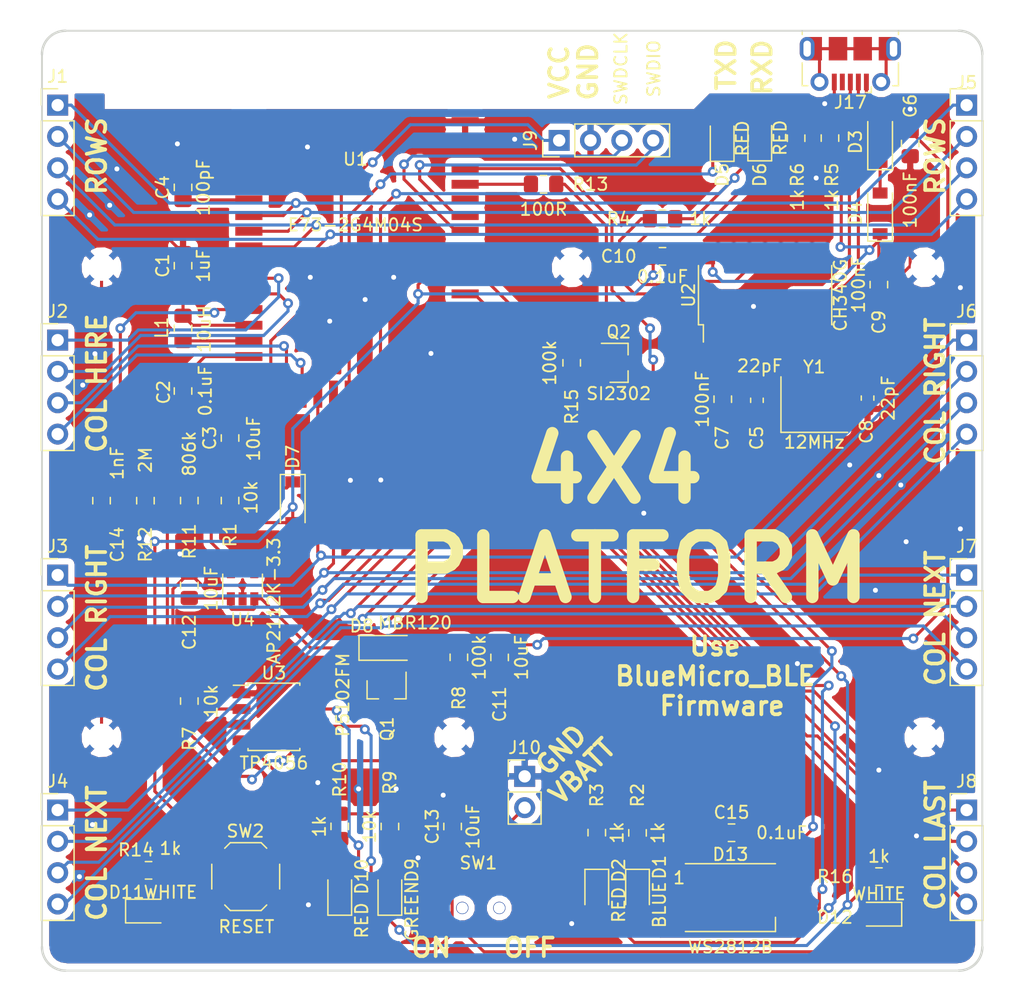
<source format=kicad_pcb>
(kicad_pcb (version 20171130) (host pcbnew "(5.0.0)")
  (layers (0 F.Cu signal) (31 B.Cu signal) (34 B.Paste user) (35 F.Paste user) (36 B.SilkS user) (37 F.SilkS user) (38 B.Mask user) (39 F.Mask user) (44 Edge.Cuts user))
  (net 0 "")
  (net 1 ROW1)
  (net 2 ROW2)
  (net 3 ROW3)
  (net 4 ROW4)
  (net 5 COL4)
  (net 6 COL3)
  (net 7 COL2)
  (net 8 COL1)
  (net 9 COL5)
  (net 10 COL6)
  (net 11 COL7)
  (net 12 COL8)
  (net 13 COL12)
  (net 14 COL11)
  (net 15 COL10)
  (net 16 COL9)
  (net 17 COL16)
  (net 18 COL15)
  (net 19 COL14)
  (net 20 COL13)
  (net 21 GND)
  (net 22 "Net-(C1-Pad1)")
  (net 23 "Net-(C2-Pad1)")
  (net 24 VCC)
  (net 25 "Net-(C4-Pad1)")
  (net 26 "Net-(L1-Pad2)")
  (net 27 RESET)
  (net 28 SWDCLK)
  (net 29 SWDIO)
  (net 30 TXD)
  (net 31 RXD)
  (net 32 BLUELED)
  (net 33 "Net-(D1-Pad1)")
  (net 34 "Net-(D2-Pad1)")
  (net 35 REDLED)
  (net 36 "Net-(C5-Pad1)")
  (net 37 "Net-(C7-Pad1)")
  (net 38 "Net-(C8-Pad1)")
  (net 39 "Net-(C9-Pad1)")
  (net 40 DTR)
  (net 41 "Net-(D3-Pad1)")
  (net 42 "Net-(D5-Pad2)")
  (net 43 "Net-(D6-Pad2)")
  (net 44 "Net-(J17-Pad3)")
  (net 45 "Net-(J17-Pad2)")
  (net 46 "Net-(J17-Pad6)")
  (net 47 "Net-(R4-Pad1)")
  (net 48 VBUS)
  (net 49 "Net-(C12-Pad1)")
  (net 50 VBATT)
  (net 51 "Net-(C14-Pad1)")
  (net 52 "Net-(D9-Pad1)")
  (net 53 "Net-(D9-Pad2)")
  (net 54 "Net-(D10-Pad2)")
  (net 55 "Net-(D10-Pad1)")
  (net 56 "Net-(J10-Pad2)")
  (net 57 "Net-(R7-Pad2)")
  (net 58 "Net-(D11-Pad1)")
  (net 59 "Net-(D12-Pad1)")
  (net 60 "Net-(Q2-Pad1)")
  (net 61 "Net-(Q2-Pad3)")
  (net 62 PWM)
  (net 63 WS2812B)
  (module Connector_PinHeader_2.54mm:PinHeader_1x04_P2.54mm_Vertical (layer F.Cu) (at 77.47 82.2325)
    (fp_text reference J1 (at 0 -2.33) (layer F.SilkS))
    (fp_text value Conn_01x04)
    (pad 1 thru_hole rect (at 0 0) (size 1.7 1.7) (drill 1) (layers *.Cu *.Mask) (net 1 ROW1))
    (pad 2 thru_hole oval (at 0 2.54) (size 1.7 1.7) (drill 1) (layers *.Cu *.Mask) (net 2 ROW2))
    (pad 3 thru_hole oval (at 0 5.08) (size 1.7 1.7) (drill 1) (layers *.Cu *.Mask) (net 3 ROW3))
    (pad 4 thru_hole oval (at 0 7.62) (size 1.7 1.7) (drill 1) (layers *.Cu *.Mask) (net 4 ROW4))
  )
  (module Connector_PinHeader_2.54mm:PinHeader_1x04_P2.54mm_Vertical (layer F.Cu) (at 77.47 101.2825)
    (fp_text reference J2 (at 0 -2.33) (layer F.SilkS))
    (fp_text value Conn_01x04)
    (pad 4 thru_hole oval (at 0 7.62) (size 1.7 1.7) (drill 1) (layers *.Cu *.Mask) (net 5 COL4))
    (pad 3 thru_hole oval (at 0 5.08) (size 1.7 1.7) (drill 1) (layers *.Cu *.Mask) (net 6 COL3))
    (pad 2 thru_hole oval (at 0 2.54) (size 1.7 1.7) (drill 1) (layers *.Cu *.Mask) (net 7 COL2))
    (pad 1 thru_hole rect (at 0 0) (size 1.7 1.7) (drill 1) (layers *.Cu *.Mask) (net 8 COL1))
  )
  (module Connector_PinHeader_2.54mm:PinHeader_1x04_P2.54mm_Vertical (layer F.Cu) (at 77.47 120.3325)
    (fp_text reference J3 (at 0 -2.33) (layer F.SilkS))
    (fp_text value Conn_01x04)
    (pad 1 thru_hole rect (at 0 0) (size 1.7 1.7) (drill 1) (layers *.Cu *.Mask) (net 9 COL5))
    (pad 2 thru_hole oval (at 0 2.54) (size 1.7 1.7) (drill 1) (layers *.Cu *.Mask) (net 10 COL6))
    (pad 3 thru_hole oval (at 0 5.08) (size 1.7 1.7) (drill 1) (layers *.Cu *.Mask) (net 11 COL7))
    (pad 4 thru_hole oval (at 0 7.62) (size 1.7 1.7) (drill 1) (layers *.Cu *.Mask) (net 12 COL8))
  )
  (module Connector_PinHeader_2.54mm:PinHeader_1x04_P2.54mm_Vertical (layer F.Cu) (at 77.47 139.3825)
    (fp_text reference J4 (at 0 -2.33) (layer F.SilkS))
    (fp_text value Conn_01x04)
    (pad 4 thru_hole oval (at 0 7.62) (size 1.7 1.7) (drill 1) (layers *.Cu *.Mask) (net 13 COL12))
    (pad 3 thru_hole oval (at 0 5.08) (size 1.7 1.7) (drill 1) (layers *.Cu *.Mask) (net 14 COL11))
    (pad 2 thru_hole oval (at 0 2.54) (size 1.7 1.7) (drill 1) (layers *.Cu *.Mask) (net 15 COL10))
    (pad 1 thru_hole rect (at 0 0) (size 1.7 1.7) (drill 1) (layers *.Cu *.Mask) (net 16 COL9))
  )
  (module Connector_PinHeader_2.54mm:PinHeader_1x04_P2.54mm_Vertical (layer F.Cu) (at 151.13 82.2325)
    (fp_text reference J5 (at 0 -1.825001) (layer F.SilkS))
    (fp_text value Conn_01x04)
    (pad 1 thru_hole rect (at 0 0) (size 1.7 1.7) (drill 1) (layers *.Cu *.Mask) (net 1 ROW1))
    (pad 2 thru_hole oval (at 0 2.54) (size 1.7 1.7) (drill 1) (layers *.Cu *.Mask) (net 2 ROW2))
    (pad 3 thru_hole oval (at 0 5.08) (size 1.7 1.7) (drill 1) (layers *.Cu *.Mask) (net 3 ROW3))
    (pad 4 thru_hole oval (at 0 7.62) (size 1.7 1.7) (drill 1) (layers *.Cu *.Mask) (net 4 ROW4))
  )
  (module Connector_PinHeader_2.54mm:PinHeader_1x04_P2.54mm_Vertical (layer F.Cu) (at 151.13 101.2825)
    (fp_text reference J6 (at 0 -2.33) (layer F.SilkS))
    (fp_text value Conn_01x04)
    (pad 4 thru_hole oval (at 0 7.62) (size 1.7 1.7) (drill 1) (layers *.Cu *.Mask) (net 12 COL8))
    (pad 3 thru_hole oval (at 0 5.08) (size 1.7 1.7) (drill 1) (layers *.Cu *.Mask) (net 11 COL7))
    (pad 2 thru_hole oval (at 0 2.54) (size 1.7 1.7) (drill 1) (layers *.Cu *.Mask) (net 10 COL6))
    (pad 1 thru_hole rect (at 0 0) (size 1.7 1.7) (drill 1) (layers *.Cu *.Mask) (net 9 COL5))
  )
  (module Connector_PinHeader_2.54mm:PinHeader_1x04_P2.54mm_Vertical (layer F.Cu) (at 151.13 120.3325)
    (fp_text reference J7 (at 0 -2.33) (layer F.SilkS))
    (fp_text value Conn_01x04)
    (pad 1 thru_hole rect (at 0 0) (size 1.7 1.7) (drill 1) (layers *.Cu *.Mask) (net 16 COL9))
    (pad 2 thru_hole oval (at 0 2.54) (size 1.7 1.7) (drill 1) (layers *.Cu *.Mask) (net 15 COL10))
    (pad 3 thru_hole oval (at 0 5.08) (size 1.7 1.7) (drill 1) (layers *.Cu *.Mask) (net 14 COL11))
    (pad 4 thru_hole oval (at 0 7.62) (size 1.7 1.7) (drill 1) (layers *.Cu *.Mask) (net 13 COL12))
  )
  (module Connector_PinHeader_2.54mm:PinHeader_1x04_P2.54mm_Vertical (layer F.Cu) (at 151.13 139.3825)
    (fp_text reference J8 (at 0 -2.33) (layer F.SilkS))
    (fp_text value Conn_01x04)
    (pad 4 thru_hole oval (at 0 7.62) (size 1.7 1.7) (drill 1) (layers *.Cu *.Mask) (net 17 COL16))
    (pad 3 thru_hole oval (at 0 5.08) (size 1.7 1.7) (drill 1) (layers *.Cu *.Mask) (net 18 COL15))
    (pad 2 thru_hole oval (at 0 2.54) (size 1.7 1.7) (drill 1) (layers *.Cu *.Mask) (net 19 COL14))
    (pad 1 thru_hole rect (at 0 0) (size 1.7 1.7) (drill 1) (layers *.Cu *.Mask) (net 20 COL13))
  )
  (module Capacitor_SMD:C_0805_2012Metric_Pad1.15x1.40mm_HandSolder (layer F.Cu) (at 87.63 95.25 90)
    (fp_text reference C1 (at 0 -1.65 90) (layer F.SilkS))
    (fp_text value 1uF (at 0 1.65 90) (layer F.SilkS))
    (pad 2 smd roundrect (at 1.025 0 90) (size 1.15 1.4) (layers F.Cu F.Paste F.Mask) (roundrect_rratio 0.217391) (net 21 GND))
    (pad 1 smd roundrect (at -1.025 0 90) (size 1.15 1.4) (layers F.Cu F.Paste F.Mask) (roundrect_rratio 0.217391) (net 22 "Net-(C1-Pad1)"))
  )
  (module Capacitor_SMD:C_0805_2012Metric_Pad1.15x1.40mm_HandSolder (layer F.Cu) (at 87.63 105.41 270)
    (fp_text reference C2 (at 0.1016 1.5748 270) (layer F.SilkS))
    (fp_text value 0.1uF (at -0.0254 -1.8034 270) (layer F.SilkS))
    (pad 1 smd roundrect (at -1.025 0 270) (size 1.15 1.4) (layers F.Cu F.Paste F.Mask) (roundrect_rratio 0.217391) (net 23 "Net-(C2-Pad1)"))
    (pad 2 smd roundrect (at 1.025 0 270) (size 1.15 1.4) (layers F.Cu F.Paste F.Mask) (roundrect_rratio 0.217391) (net 21 GND))
  )
  (module Capacitor_SMD:C_0805_2012Metric_Pad1.15x1.40mm_HandSolder (layer F.Cu) (at 91.44 109.22 90)
    (fp_text reference C3 (at 0 -1.65 90) (layer F.SilkS))
    (fp_text value 10uF (at -0.0508 1.905 90) (layer F.SilkS))
    (pad 1 smd roundrect (at -1.025 0 90) (size 1.15 1.4) (layers F.Cu F.Paste F.Mask) (roundrect_rratio 0.217391) (net 24 VCC))
    (pad 2 smd roundrect (at 1.025 0 90) (size 1.15 1.4) (layers F.Cu F.Paste F.Mask) (roundrect_rratio 0.217391) (net 21 GND))
  )
  (module Capacitor_SMD:C_0805_2012Metric_Pad1.15x1.40mm_HandSolder (layer F.Cu) (at 87.63 88.9 90)
    (fp_text reference C4 (at 0 -1.65 90) (layer F.SilkS))
    (fp_text value 100pF (at 0 1.65 90) (layer F.SilkS))
    (pad 2 smd roundrect (at 1.025 0 90) (size 1.15 1.4) (layers F.Cu F.Paste F.Mask) (roundrect_rratio 0.217391) (net 21 GND))
    (pad 1 smd roundrect (at -1.025 0 90) (size 1.15 1.4) (layers F.Cu F.Paste F.Mask) (roundrect_rratio 0.217391) (net 25 "Net-(C4-Pad1)"))
  )
  (module Capacitor_SMD:C_0805_2012Metric_Pad1.15x1.40mm_HandSolder (layer F.Cu) (at 87.63 100.33 270)
    (fp_text reference L1 (at -0.0508 1.7272 270) (layer F.SilkS))
    (fp_text value 10uH (at 0.0508 -1.7272 270) (layer F.SilkS))
    (pad 1 smd roundrect (at -1.025 0 270) (size 1.15 1.4) (layers F.Cu F.Paste F.Mask) (roundrect_rratio 0.217391) (net 22 "Net-(C1-Pad1)"))
    (pad 2 smd roundrect (at 1.025 0 270) (size 1.15 1.4) (layers F.Cu F.Paste F.Mask) (roundrect_rratio 0.217391) (net 26 "Net-(L1-Pad2)"))
  )
  (module Package_TO_SOT_SMD:SOT-23 (layer F.Cu) (at 104.124 129.606 270)
    (fp_text reference Q1 (at 3.2004 -0.0508 270) (layer F.SilkS))
    (fp_text value P5102FM (at 0.442 3.54 270) (layer F.SilkS))
    (pad 1 smd rect (at -1 -0.95 270) (size 0.9 0.8) (layers F.Cu F.Paste F.Mask) (net 48 VBUS))
    (pad 2 smd rect (at -1 0.95 270) (size 0.9 0.8) (layers F.Cu F.Paste F.Mask) (net 49 "Net-(C12-Pad1)"))
    (pad 3 smd rect (at 1 0 270) (size 0.9 0.8) (layers F.Cu F.Paste F.Mask) (net 50 VBATT))
  )
  (module Capacitor_SMD:C_0805_2012Metric_Pad1.15x1.40mm_HandSolder (layer F.Cu) (at 91.44 114.291 270)
    (fp_text reference R1 (at 2.803 0 270) (layer F.SilkS))
    (fp_text value 10k (at -0.254 -1.7018 270) (layer F.SilkS))
    (pad 2 smd roundrect (at 1.025 0 270) (size 1.15 1.4) (layers F.Cu F.Paste F.Mask) (roundrect_rratio 0.217391) (net 27 RESET))
    (pad 1 smd roundrect (at -1.025 0 270) (size 1.15 1.4) (layers F.Cu F.Paste F.Mask) (roundrect_rratio 0.217391) (net 24 VCC))
  )
  (module Connector_PinHeader_2.54mm:PinHeader_1x04_P2.54mm_Vertical (layer F.Cu) (at 118.11 85.09 90)
    (fp_text reference J9 (at 0 -2.33 90) (layer F.SilkS))
    (fp_text value Conn_01x04)
    (pad 1 thru_hole rect (at 0 0 90) (size 1.7 1.7) (drill 1) (layers *.Cu *.Mask) (net 24 VCC))
    (pad 2 thru_hole oval (at 0 2.54 90) (size 1.7 1.7) (drill 1) (layers *.Cu *.Mask) (net 21 GND))
    (pad 3 thru_hole oval (at 0 5.08 90) (size 1.7 1.7) (drill 1) (layers *.Cu *.Mask) (net 28 SWDCLK))
    (pad 4 thru_hole oval (at 0 7.62 90) (size 1.7 1.7) (drill 1) (layers *.Cu *.Mask) (net 29 SWDIO))
  )
  (module MountingHole:MountingHole_2.2mm_M2_ISO7380 (layer F.Cu) (at 81.026 133.477)
    (fp_text reference J11 hide)
    (fp_text value Conn_01x01)
    (pad 1 np_thru_hole circle (at 0 0) (size 2.2 2.2) (drill 2.2) (layers *.Cu *.Mask) (net 21 GND))
  )
  (module MountingHole:MountingHole_2.2mm_M2_ISO7380 (layer F.Cu) (at 147.701 95.377)
    (fp_text reference J12 hide)
    (fp_text value Conn_01x01)
    (pad 1 np_thru_hole circle (at 0 0) (size 2.2 2.2) (drill 2.2) (layers *.Cu *.Mask) (net 21 GND))
  )
  (module MountingHole:MountingHole_2.2mm_M2_ISO7380 (layer F.Cu) (at 147.701 133.477)
    (fp_text reference J13 hide)
    (fp_text value Conn_01x01)
    (pad 1 np_thru_hole circle (at 0 0) (size 2.2 2.2) (drill 2.2) (layers *.Cu *.Mask) (net 21 GND))
  )
  (module MountingHole:MountingHole_2.2mm_M2_ISO7380 (layer F.Cu) (at 109.601 133.477)
    (fp_text reference J14 hide)
    (fp_text value Conn_01x01)
    (pad 1 np_thru_hole circle (at 0 0) (size 2.2 2.2) (drill 2.2) (layers *.Cu *.Mask) (net 21 GND))
  )
  (module MountingHole:MountingHole_2.2mm_M2_ISO7380 (layer F.Cu) (at 119.126 95.377)
    (fp_text reference J15 hide)
    (fp_text value Conn_01x01)
    (pad 1 np_thru_hole circle (at 0 0) (size 2.2 2.2) (drill 2.2) (layers *.Cu *.Mask) (net 21 GND))
  )
  (module MountingHole:MountingHole_2.2mm_M2_ISO7380 (layer F.Cu) (at 81.026 95.377)
    (fp_text reference J16 hide)
    (fp_text value Conn_01x01)
    (pad 1 np_thru_hole circle (at 0 0) (size 2.2 2.2) (drill 2.2) (layers *.Cu *.Mask) (net 21 GND))
  )
  (module E73:SPDT_C128955 (layer F.Cu) (at 111.76 147.32 180)
    (fp_text reference SW1 (at 0.2 3.65 180) (layer F.SilkS))
    (fp_text value SW_SPDT)
    (pad "" np_thru_hole circle (at 1.5 0 180) (size 1 1) (drill 0.9) (layers *.Cu *.Mask))
    (pad "" np_thru_hole circle (at -1.5 0 180) (size 1 1) (drill 0.9) (layers *.Cu *.Mask))
    (pad 2 smd rect (at -0.75 2.075 180) (size 0.9 1.25) (layers F.Cu F.Paste F.Mask) (net 56 "Net-(J10-Pad2)"))
    (pad 3 smd rect (at -2.25 2.075 180) (size 0.9 1.25) (layers F.Cu F.Paste F.Mask))
    (pad 1 smd rect (at 2.25 2.075 180) (size 0.9 1.25) (layers F.Cu F.Paste F.Mask) (net 50 VBATT))
    (pad 0 smd rect (at 3.7 -1.1 180) (size 0.9 0.9) (layers F.Cu F.Paste F.Mask))
    (pad 0 smd rect (at 3.7 1.1 180) (size 0.9 0.9) (layers F.Cu F.Paste F.Mask))
    (pad 0 smd rect (at -3.7 1.1 180) (size 0.9 0.9) (layers F.Cu F.Paste F.Mask))
    (pad 0 smd rect (at -3.7 -1.1 180) (size 0.9 0.9) (layers F.Cu F.Paste F.Mask))
  )
  (module E73:SW_TACT_ALPS_SKQGABE010 (layer F.Cu) (at 92.71 144.78 180)
    (fp_text reference SW2 (at 0.0254 3.683 180) (layer F.SilkS))
    (fp_text value RESET (at -0.0508 -4.064 180) (layer F.SilkS))
    (pad 1 smd rect (at -3.1 -1.85 180) (size 1.8 1.1) (layers F.Cu F.Paste F.Mask) (net 21 GND))
    (pad 1 smd rect (at 3.1 -1.85 180) (size 1.8 1.1) (layers F.Cu F.Paste F.Mask) (net 21 GND))
    (pad 2 smd rect (at -3.1 1.85 180) (size 1.8 1.1) (layers F.Cu F.Paste F.Mask) (net 27 RESET))
    (pad 2 smd rect (at 3.1 1.85 180) (size 1.8 1.1) (layers F.Cu F.Paste F.Mask) (net 27 RESET))
  )
  (module E73:E73-2G4M04S (layer F.Cu) (at 101.6 91.44 180)
    (fp_text reference U1 (at 0 4.826 180) (layer F.SilkS))
    (fp_text value E73-2G4M04S (at 0 -0.5 180) (layer F.SilkS))
    (pad 27 smd rect (at -7.112 -14.224 180) (size 0.72 2.2) (layers F.Cu F.Paste F.Mask) (net 14 COL11))
    (pad 26 smd rect (at -5.842 -14.224 180) (size 0.72 2.2) (layers F.Cu F.Paste F.Mask) (net 15 COL10))
    (pad 25 smd rect (at -4.572 -14.224 180) (size 0.72 2.2) (layers F.Cu F.Paste F.Mask) (net 16 COL9))
    (pad 24 smd rect (at -3.302 -14.224 180) (size 0.72 2.2) (layers F.Cu F.Paste F.Mask) (net 12 COL8))
    (pad 23 smd rect (at -2.032 -14.224 180) (size 0.72 2.2) (layers F.Cu F.Paste F.Mask) (net 31 RXD))
    (pad 22 smd rect (at -0.762 -14.224 180) (size 0.72 2.2) (layers F.Cu F.Paste F.Mask) (net 11 COL7))
    (pad 21 smd rect (at 0.508 -14.224 180) (size 0.72 2.2) (layers F.Cu F.Paste F.Mask) (net 30 TXD))
    (pad 20 smd rect (at 1.778 -14.224 180) (size 0.72 2.2) (layers F.Cu F.Paste F.Mask) (net 10 COL6))
    (pad 19 smd rect (at 3.048 -14.224 180) (size 0.72 2.2) (layers F.Cu F.Paste F.Mask) (net 9 COL5))
    (pad 18 smd rect (at 4.318 -14.224 180) (size 0.72 2.2) (layers F.Cu F.Paste F.Mask) (net 5 COL4))
    (pad 17 smd rect (at 5.588 -14.224 180) (size 0.72 2.2) (layers F.Cu F.Paste F.Mask) (net 6 COL3))
    (pad 16 smd rect (at 6.858 -14.224 180) (size 0.72 2.2) (layers F.Cu F.Paste F.Mask) (net 24 VCC))
    (pad 28 smd rect (at -8.89 -12.446 180) (size 2.2 0.72) (layers F.Cu F.Paste F.Mask) (net 13 COL12))
    (pad 29 smd rect (at -8.89 -11.176 180) (size 2.2 0.72) (layers F.Cu F.Paste F.Mask) (net 17 COL16))
    (pad 30 smd rect (at -8.89 -9.906 180) (size 2.2 0.72) (layers F.Cu F.Paste F.Mask) (net 18 COL15))
    (pad 31 smd rect (at -8.89 -8.636 180) (size 2.2 0.72) (layers F.Cu F.Paste F.Mask) (net 19 COL14))
    (pad 32 smd rect (at -8.89 -7.366 180) (size 2.2 0.72) (layers F.Cu F.Paste F.Mask) (net 35 REDLED))
    (pad 33 smd rect (at -8.89 -6.096 180) (size 2.2 0.72) (layers F.Cu F.Paste F.Mask) (net 20 COL13))
    (pad 34 smd rect (at -8.89 -4.826 180) (size 2.2 0.72) (layers F.Cu F.Paste F.Mask) (net 32 BLUELED))
    (pad 35 smd rect (at -8.89 -3.556 180) (size 2.2 0.72) (layers F.Cu F.Paste F.Mask))
    (pad 36 smd rect (at -8.89 -2.286 180) (size 2.2 0.72) (layers F.Cu F.Paste F.Mask) (net 27 RESET))
    (pad 37 smd rect (at -8.89 -1.016 180) (size 2.2 0.72) (layers F.Cu F.Paste F.Mask) (net 28 SWDCLK))
    (pad 38 smd rect (at -8.89 0.254 180) (size 2.2 0.72) (layers F.Cu F.Paste F.Mask) (net 29 SWDIO))
    (pad 39 smd rect (at -8.89 1.524 180) (size 2.2 0.72) (layers F.Cu F.Paste F.Mask))
    (pad 40 smd rect (at -8.89 2.794 180) (size 2.2 0.72) (layers F.Cu F.Paste F.Mask) (net 62 PWM))
    (pad 41 smd rect (at -8.89 4.064 180) (size 2.2 0.72) (layers F.Cu F.Paste F.Mask) (net 63 WS2812B))
    (pad 42 smd rect (at -8.89 6.604 180) (size 2.2 0.72) (layers F.Cu F.Paste F.Mask) (net 21 GND))
    (pad 43 smd rect (at -8.89 7.874 180) (size 2.2 0.72) (layers F.Cu F.Paste F.Mask) (net 21 GND))
    (pad 0 smd rect (at 8.636 7.874 180) (size 2.2 0.72) (layers F.Cu F.Paste F.Mask) (net 21 GND))
    (pad 1 smd rect (at 8.636 6.604 180) (size 2.2 0.72) (layers F.Cu F.Paste F.Mask) (net 21 GND))
    (pad 2 smd rect (at 8.636 4.064 180) (size 2.2 0.72) (layers F.Cu F.Paste F.Mask) (net 21 GND))
    (pad 3 smd rect (at 8.636 2.794 180) (size 2.2 0.72) (layers F.Cu F.Paste F.Mask))
    (pad 4 smd rect (at 8.636 1.524 180) (size 2.2 0.72) (layers F.Cu F.Paste F.Mask) (net 25 "Net-(C4-Pad1)"))
    (pad 5 smd rect (at 8.636 0.254 180) (size 2.2 0.72) (layers F.Cu F.Paste F.Mask) (net 1 ROW1))
    (pad 6 smd rect (at 8.636 -1.016 180) (size 2.2 0.72) (layers F.Cu F.Paste F.Mask) (net 2 ROW2))
    (pad 7 smd rect (at 8.636 -2.286 180) (size 2.2 0.72) (layers F.Cu F.Paste F.Mask) (net 3 ROW3))
    (pad 8 smd rect (at 8.636 -3.556 180) (size 2.2 0.72) (layers F.Cu F.Paste F.Mask) (net 4 ROW4))
    (pad 9 smd rect (at 8.636 -4.826 180) (size 2.2 0.72) (layers F.Cu F.Paste F.Mask) (net 8 COL1))
    (pad 10 smd rect (at 8.636 -6.096 180) (size 2.2 0.72) (layers F.Cu F.Paste F.Mask) (net 7 COL2))
    (pad 11 smd rect (at 8.636 -7.366 180) (size 2.2 0.72) (layers F.Cu F.Paste F.Mask) (net 51 "Net-(C14-Pad1)"))
    (pad 12 smd rect (at 8.636 -8.636 180) (size 2.2 0.72) (layers F.Cu F.Paste F.Mask) (net 22 "Net-(C1-Pad1)"))
    (pad 13 smd rect (at 8.636 -9.906 180) (size 2.2 0.72) (layers F.Cu F.Paste F.Mask) (net 26 "Net-(L1-Pad2)"))
    (pad 14 smd rect (at 8.636 -11.176 180) (size 2.2 0.72) (layers F.Cu F.Paste F.Mask) (net 23 "Net-(C2-Pad1)"))
    (pad 15 smd rect (at 8.636 -12.446 180) (size 2.2 0.72) (layers F.Cu F.Paste F.Mask) (net 21 GND))
  )
  (module LED_SMD:LED_0805_2012Metric_Pad1.15x1.40mm_HandSolder (layer F.Cu) (at 124.46 146.05 270)
    (fp_text reference D1 (at -2.032 -1.778 270) (layer F.SilkS))
    (fp_text value BLUE (at 1.016 -1.778 270) (layer F.SilkS))
    (pad 2 smd roundrect (at 1.025 0 270) (size 1.15 1.4) (layers F.Cu F.Paste F.Mask) (roundrect_rratio 0.217391) (net 32 BLUELED))
    (pad 1 smd roundrect (at -1.025 0 270) (size 1.15 1.4) (layers F.Cu F.Paste F.Mask) (roundrect_rratio 0.217391) (net 33 "Net-(D1-Pad1)"))
  )
  (module LED_SMD:LED_0805_2012Metric_Pad1.15x1.40mm_HandSolder (layer F.Cu) (at 121.158 146.05 270)
    (fp_text reference D2 (at -1.778 -1.778 270) (layer F.SilkS))
    (fp_text value RED (at 1.016 -1.778 270) (layer F.SilkS))
    (pad 1 smd roundrect (at -1.025 0 270) (size 1.15 1.4) (layers F.Cu F.Paste F.Mask) (roundrect_rratio 0.217391) (net 34 "Net-(D2-Pad1)"))
    (pad 2 smd roundrect (at 1.025 0 270) (size 1.15 1.4) (layers F.Cu F.Paste F.Mask) (roundrect_rratio 0.217391) (net 35 REDLED))
  )
  (module Resistor_SMD:R_0805_2012Metric_Pad1.15x1.40mm_HandSolder (layer F.Cu) (at 124.46 141.232999 90)
    (fp_text reference R2 (at 3.056999 0 90) (layer F.SilkS))
    (fp_text value 1k (at 0 1.65 90) (layer F.SilkS))
    (pad 2 smd roundrect (at 1.025 0 90) (size 1.15 1.4) (layers F.Cu F.Paste F.Mask) (roundrect_rratio 0.217391) (net 21 GND))
    (pad 1 smd roundrect (at -1.025 0 90) (size 1.15 1.4) (layers F.Cu F.Paste F.Mask) (roundrect_rratio 0.217391) (net 33 "Net-(D1-Pad1)"))
  )
  (module Resistor_SMD:R_0805_2012Metric_Pad1.15x1.40mm_HandSolder (layer F.Cu) (at 121.158 141.215001 90)
    (fp_text reference R3 (at 3.039001 0 90) (layer F.SilkS))
    (fp_text value 1k (at 0 1.65 90) (layer F.SilkS))
    (pad 1 smd roundrect (at -1.025 0 90) (size 1.15 1.4) (layers F.Cu F.Paste F.Mask) (roundrect_rratio 0.217391) (net 34 "Net-(D2-Pad1)"))
    (pad 2 smd roundrect (at 1.025 0 90) (size 1.15 1.4) (layers F.Cu F.Paste F.Mask) (roundrect_rratio 0.217391) (net 21 GND))
  )
  (module Capacitor_SMD:C_0603_1608Metric_Pad1.05x0.95mm_HandSolder (layer F.Cu) (at 134.1374 106.1606 270)
    (fp_text reference C5 (at 3.0594 0.0254 270) (layer F.SilkS))
    (fp_text value 22pF (at -2.7826 -0.2286) (layer F.SilkS))
    (pad 2 smd roundrect (at 0.875 0 270) (size 1.05 0.95) (layers F.Cu F.Paste F.Mask) (net 21 GND))
    (pad 1 smd roundrect (at -0.875 0 270) (size 1.05 0.95) (layers F.Cu F.Paste F.Mask) (net 36 "Net-(C5-Pad1)"))
  )
  (module Capacitor_SMD:C_0805_2012Metric_Pad1.15x1.40mm_HandSolder (layer F.Cu) (at 146.558 85.344 270)
    (fp_text reference C6 (at -3.048 0 270) (layer F.SilkS))
    (fp_text value 100nF (at 4.572 0 270) (layer F.SilkS))
    (pad 2 smd roundrect (at 1.025 0 270) (size 1.15 1.4) (layers F.Cu F.Paste F.Mask) (roundrect_rratio 0.217391) (net 21 GND))
    (pad 1 smd roundrect (at -1.025 0 270) (size 1.15 1.4) (layers F.Cu F.Paste F.Mask) (roundrect_rratio 0.217391) (net 48 VBUS))
  )
  (module Capacitor_SMD:C_0805_2012Metric_Pad1.15x1.40mm_HandSolder (layer F.Cu) (at 131.3688 106.0704 270)
    (fp_text reference C7 (at 3.1496 0.0508 270) (layer F.SilkS))
    (fp_text value 100nF (at 0 1.65 270) (layer F.SilkS))
    (pad 2 smd roundrect (at 1.025 0 270) (size 1.15 1.4) (layers F.Cu F.Paste F.Mask) (roundrect_rratio 0.217391) (net 21 GND))
    (pad 1 smd roundrect (at -1.025 0 270) (size 1.15 1.4) (layers F.Cu F.Paste F.Mask) (roundrect_rratio 0.217391) (net 37 "Net-(C7-Pad1)"))
  )
  (module Capacitor_SMD:C_0603_1608Metric_Pad1.05x0.95mm_HandSolder (layer F.Cu) (at 143.1036 105.9828 270)
    (fp_text reference C8 (at 2.7292 0.1016 270) (layer F.SilkS))
    (fp_text value 22pF (at 0 -1.6764 270) (layer F.SilkS))
    (pad 1 smd roundrect (at -0.875 0 270) (size 1.05 0.95) (layers F.Cu F.Paste F.Mask) (net 38 "Net-(C8-Pad1)"))
    (pad 2 smd roundrect (at 0.875 0 270) (size 1.05 0.95) (layers F.Cu F.Paste F.Mask) (net 21 GND))
  )
  (module Capacitor_SMD:C_0805_2012Metric_Pad1.15x1.40mm_HandSolder (layer F.Cu) (at 144.018 96.782999 270)
    (fp_text reference C9 (at 3.039001 0 270) (layer F.SilkS))
    (fp_text value 100nF (at 0 1.65 270) (layer F.SilkS))
    (pad 1 smd roundrect (at -1.025 0 270) (size 1.15 1.4) (layers F.Cu F.Paste F.Mask) (roundrect_rratio 0.217391) (net 39 "Net-(C9-Pad1)"))
    (pad 2 smd roundrect (at 1.025 0 270) (size 1.15 1.4) (layers F.Cu F.Paste F.Mask) (roundrect_rratio 0.217391) (net 21 GND))
  )
  (module Capacitor_SMD:C_0805_2012Metric_Pad1.15x1.40mm_HandSolder (layer F.Cu) (at 126.483 94.488)
    (fp_text reference C10 (at -3.547 0) (layer F.SilkS))
    (fp_text value 0.1uF (at 0 1.65) (layer F.SilkS))
    (pad 1 smd roundrect (at -1.025 0) (size 1.15 1.4) (layers F.Cu F.Paste F.Mask) (roundrect_rratio 0.217391) (net 27 RESET))
    (pad 2 smd roundrect (at 1.025 0) (size 1.15 1.4) (layers F.Cu F.Paste F.Mask) (roundrect_rratio 0.217391) (net 40 DTR))
  )
  (module Diode_SMD:D_SOD-123 (layer F.Cu) (at 144.1196 85.217 90)
    (fp_text reference D3 (at 0 -2 90) (layer F.SilkS))
    (fp_text value 1N4148 hide)
    (pad 2 smd rect (at 1.65 0 90) (size 0.9 1.2) (layers F.Cu F.Paste F.Mask) (net 48 VBUS))
    (pad 1 smd rect (at -1.65 0 90) (size 0.9 1.2) (layers F.Cu F.Paste F.Mask) (net 41 "Net-(D3-Pad1)"))
  )
  (module Diode_SMD:D_SOD-123 (layer F.Cu) (at 144.1196 91.0072 90)
    (fp_text reference D4 (at 0 -2 90) (layer F.SilkS))
    (fp_text value 1N4148 hide)
    (pad 1 smd rect (at -1.65 0 90) (size 0.9 1.2) (layers F.Cu F.Paste F.Mask) (net 39 "Net-(C9-Pad1)"))
    (pad 2 smd rect (at 1.65 0 90) (size 0.9 1.2) (layers F.Cu F.Paste F.Mask) (net 41 "Net-(D3-Pad1)"))
  )
  (module LED_SMD:LED_0805_2012Metric_Pad1.15x1.40mm_HandSolder (layer F.Cu) (at 131.318 84.928601 90)
    (fp_text reference D5 (at -2.955399 0 90) (layer F.SilkS))
    (fp_text value RED (at 0 1.65 90) (layer F.SilkS))
    (pad 1 smd roundrect (at -1.025 0 90) (size 1.15 1.4) (layers F.Cu F.Paste F.Mask) (roundrect_rratio 0.217391) (net 30 TXD))
    (pad 2 smd roundrect (at 1.025 0 90) (size 1.15 1.4) (layers F.Cu F.Paste F.Mask) (roundrect_rratio 0.217391) (net 42 "Net-(D5-Pad2)"))
  )
  (module LED_SMD:LED_0805_2012Metric_Pad1.15x1.40mm_HandSolder (layer F.Cu) (at 134.366 84.8868 90)
    (fp_text reference D6 (at -2.9972 0 90) (layer F.SilkS))
    (fp_text value RED (at 0 1.65 90) (layer F.SilkS))
    (pad 2 smd roundrect (at 1.025 0 90) (size 1.15 1.4) (layers F.Cu F.Paste F.Mask) (roundrect_rratio 0.217391) (net 43 "Net-(D6-Pad2)"))
    (pad 1 smd roundrect (at -1.025 0 90) (size 1.15 1.4) (layers F.Cu F.Paste F.Mask) (roundrect_rratio 0.217391) (net 31 RXD))
  )
  (module Diode_SMD:D_SOD-123 (layer F.Cu) (at 96.52 114.428 270)
    (fp_text reference D7 (at -3.682 0 270) (layer F.SilkS))
    (fp_text value 1N4148)
    (pad 1 smd rect (at -1.65 0 270) (size 0.9 1.2) (layers F.Cu F.Paste F.Mask) (net 24 VCC))
    (pad 2 smd rect (at 1.65 0 270) (size 0.9 1.2) (layers F.Cu F.Paste F.Mask) (net 27 RESET))
  )
  (module Resistor_SMD:R_0805_2012Metric_Pad1.15x1.40mm_HandSolder (layer F.Cu) (at 126.483001 91.44)
    (fp_text reference R4 (at -3.547001 0 180) (layer F.SilkS))
    (fp_text value 1k (at 3.056999 0) (layer F.SilkS))
    (pad 1 smd roundrect (at -1.025 0) (size 1.15 1.4) (layers F.Cu F.Paste F.Mask) (roundrect_rratio 0.217391) (net 47 "Net-(R4-Pad1)"))
    (pad 2 smd roundrect (at 1.025 0) (size 1.15 1.4) (layers F.Cu F.Paste F.Mask) (roundrect_rratio 0.217391) (net 31 RXD))
  )
  (module Resistor_SMD:R_0805_2012Metric_Pad1.15x1.40mm_HandSolder (layer F.Cu) (at 140.0556 84.9032 270)
    (fp_text reference R5 (at 2.9808 -0.1524 270) (layer F.SilkS))
    (fp_text value 1k (at 5.0128 -0.1524 270) (layer F.SilkS))
    (pad 2 smd roundrect (at 1.025 0 270) (size 1.15 1.4) (layers F.Cu F.Paste F.Mask) (roundrect_rratio 0.217391) (net 39 "Net-(C9-Pad1)"))
    (pad 1 smd roundrect (at -1.025 0 270) (size 1.15 1.4) (layers F.Cu F.Paste F.Mask) (roundrect_rratio 0.217391) (net 42 "Net-(D5-Pad2)"))
  )
  (module Resistor_SMD:R_0805_2012Metric_Pad1.15x1.40mm_HandSolder (layer F.Cu) (at 137.3124 84.9122 90)
    (fp_text reference R6 (at -2.9718 0.1016 90) (layer F.SilkS))
    (fp_text value 1k (at -5.0038 0.1016 90) (layer F.SilkS))
    (pad 1 smd roundrect (at -1.025 0 90) (size 1.15 1.4) (layers F.Cu F.Paste F.Mask) (roundrect_rratio 0.217391) (net 39 "Net-(C9-Pad1)"))
    (pad 2 smd roundrect (at 1.025 0 90) (size 1.15 1.4) (layers F.Cu F.Paste F.Mask) (roundrect_rratio 0.217391) (net 43 "Net-(D6-Pad2)"))
  )
  (module Package_SO:SOP-16_4.4x10.4mm_P1.27mm (layer F.Cu) (at 134.7978 97.6376 90)
    (fp_text reference U2 (at 0 -6.2 90) (layer F.SilkS))
    (fp_text value CH340G (at 0 6.1 90) (layer F.SilkS))
    (pad 1 smd rect (at -3.15 -4.45 90) (size 1.3 0.8) (layers F.Cu F.Paste F.Mask) (net 21 GND))
    (pad 2 smd rect (at -3.15 -3.17 90) (size 1.3 0.8) (layers F.Cu F.Paste F.Mask) (net 47 "Net-(R4-Pad1)"))
    (pad 3 smd rect (at -3.15 -1.91 90) (size 1.3 0.8) (layers F.Cu F.Paste F.Mask) (net 30 TXD))
    (pad 4 smd rect (at -3.15 -0.64 90) (size 1.3 0.8) (layers F.Cu F.Paste F.Mask) (net 37 "Net-(C7-Pad1)"))
    (pad 5 smd rect (at -3.15 0.64 90) (size 1.3 0.8) (layers F.Cu F.Paste F.Mask) (net 44 "Net-(J17-Pad3)"))
    (pad 6 smd rect (at -3.15 1.91 90) (size 1.3 0.8) (layers F.Cu F.Paste F.Mask) (net 45 "Net-(J17-Pad2)"))
    (pad 7 smd rect (at -3.15 3.17 90) (size 1.3 0.8) (layers F.Cu F.Paste F.Mask) (net 36 "Net-(C5-Pad1)"))
    (pad 8 smd rect (at -3.15 4.45 90) (size 1.3 0.8) (layers F.Cu F.Paste F.Mask) (net 38 "Net-(C8-Pad1)"))
    (pad 9 smd rect (at 3.15 4.45 90) (size 1.3 0.8) (layers F.Cu F.Paste F.Mask))
    (pad 10 smd rect (at 3.15 3.17 90) (size 1.3 0.8) (layers F.Cu F.Paste F.Mask))
    (pad 11 smd rect (at 3.15 1.91 90) (size 1.3 0.8) (layers F.Cu F.Paste F.Mask))
    (pad 12 smd rect (at 3.15 0.64 90) (size 1.3 0.8) (layers F.Cu F.Paste F.Mask))
    (pad 13 smd rect (at 3.15 -0.64 90) (size 1.3 0.8) (layers F.Cu F.Paste F.Mask) (net 40 DTR))
    (pad 14 smd rect (at 3.15 -1.91 90) (size 1.3 0.8) (layers F.Cu F.Paste F.Mask))
    (pad 15 smd rect (at 3.15 -3.17 90) (size 1.3 0.8) (layers F.Cu F.Paste F.Mask))
    (pad 16 smd rect (at 3.15 -4.45 90) (size 1.3 0.8) (layers F.Cu F.Paste F.Mask) (net 39 "Net-(C9-Pad1)"))
  )
  (module Crystal:Crystal_SMD_3225-4Pin_3.2x2.5mm_HandSoldering (layer F.Cu) (at 138.7834 106.5092)
    (fp_text reference Y1 (at 0 -3.05) (layer F.SilkS))
    (fp_text value 12MHz (at 0 3.05) (layer F.SilkS))
    (pad 1 smd rect (at -1.45 1.15) (size 2.1 1.8) (layers F.Cu F.Paste F.Mask) (net 36 "Net-(C5-Pad1)"))
    (pad 2 smd rect (at 1.45 1.15) (size 2.1 1.8) (layers F.Cu F.Paste F.Mask) (net 21 GND))
    (pad 3 smd rect (at 1.45 -1.15) (size 2.1 1.8) (layers F.Cu F.Paste F.Mask) (net 38 "Net-(C8-Pad1)"))
    (pad 4 smd rect (at -1.45 -1.15) (size 2.1 1.8) (layers F.Cu F.Paste F.Mask) (net 21 GND))
  )
  (module Connector_USB:USB_Micro-B_Molex-105017-0001 (layer F.Cu) (at 141.7066 78.8924 180)
    (fp_text reference J17 (at 0 -3.1125 180) (layer F.SilkS))
    (fp_text value USB_B_Micro)
    (pad 6 smd rect (at 1 1.2375 180) (size 1.5 1.9) (layers F.Cu F.Paste F.Mask) (net 46 "Net-(J17-Pad6)"))
    (pad 6 thru_hole circle (at -2.5 -1.4625 180) (size 1.45 1.45) (drill 0.85) (layers *.Cu *.Mask) (net 46 "Net-(J17-Pad6)"))
    (pad 2 smd rect (at -0.65 -1.4625 180) (size 0.4 1.35) (layers F.Cu F.Paste F.Mask) (net 45 "Net-(J17-Pad2)"))
    (pad 1 smd rect (at -1.3 -1.4625 180) (size 0.4 1.35) (layers F.Cu F.Paste F.Mask) (net 48 VBUS))
    (pad 5 smd rect (at 1.3 -1.4625 180) (size 0.4 1.35) (layers F.Cu F.Paste F.Mask) (net 21 GND))
    (pad 4 smd rect (at 0.65 -1.4625 180) (size 0.4 1.35) (layers F.Cu F.Paste F.Mask))
    (pad 3 smd rect (at 0 -1.4625 180) (size 0.4 1.35) (layers F.Cu F.Paste F.Mask) (net 44 "Net-(J17-Pad3)"))
    (pad 6 thru_hole circle (at 2.5 -1.4625 180) (size 1.45 1.45) (drill 0.85) (layers *.Cu *.Mask) (net 46 "Net-(J17-Pad6)"))
    (pad 6 smd rect (at -1 1.2375 180) (size 1.5 1.9) (layers F.Cu F.Paste F.Mask) (net 46 "Net-(J17-Pad6)"))
    (pad 6 thru_hole oval (at -3.5 1.2375) (size 1.2 1.9) (drill oval 0.6 1.3) (layers *.Cu *.Mask) (net 46 "Net-(J17-Pad6)"))
    (pad 6 thru_hole oval (at 3.5 1.2375 180) (size 1.2 1.9) (drill oval 0.6 1.3) (layers *.Cu *.Mask) (net 46 "Net-(J17-Pad6)"))
    (pad 6 smd rect (at 2.9 1.2375 180) (size 1.2 1.9) (layers F.Cu F.Mask) (net 46 "Net-(J17-Pad6)"))
    (pad 6 smd rect (at -2.9 1.2375 180) (size 1.2 1.9) (layers F.Cu F.Mask) (net 46 "Net-(J17-Pad6)"))
  )
  (module Capacitor_SMD:C_0805_2012Metric_Pad1.15x1.40mm_HandSolder (layer F.Cu) (at 113.284 127.008999 270)
    (fp_text reference C11 (at 3.801001 0 270) (layer F.SilkS))
    (fp_text value 10uF (at 0 -1.778 270) (layer F.SilkS))
    (pad 1 smd roundrect (at -1.025 0 270) (size 1.15 1.4) (layers F.Cu F.Paste F.Mask) (roundrect_rratio 0.217391) (net 48 VBUS))
    (pad 2 smd roundrect (at 1.025 0 270) (size 1.15 1.4) (layers F.Cu F.Paste F.Mask) (roundrect_rratio 0.217391) (net 21 GND))
  )
  (module Capacitor_SMD:C_0805_2012Metric_Pad1.15x1.40mm_HandSolder (layer F.Cu) (at 88.138 121.166999 90)
    (fp_text reference C12 (at -3.801001 0 90) (layer F.SilkS))
    (fp_text value 10uF (at -0.245001 1.778 90) (layer F.SilkS))
    (pad 2 smd roundrect (at 1.025 0 90) (size 1.15 1.4) (layers F.Cu F.Paste F.Mask) (roundrect_rratio 0.217391) (net 21 GND))
    (pad 1 smd roundrect (at -1.025 0 90) (size 1.15 1.4) (layers F.Cu F.Paste F.Mask) (roundrect_rratio 0.217391) (net 49 "Net-(C12-Pad1)"))
  )
  (module Capacitor_SMD:C_0805_2012Metric_Pad1.15x1.40mm_HandSolder (layer F.Cu) (at 109.474 140.716 90)
    (fp_text reference C13 (at 0 -1.65 90) (layer F.SilkS))
    (fp_text value 10uF (at 0 1.65 90) (layer F.SilkS))
    (pad 1 smd roundrect (at -1.025 0 90) (size 1.15 1.4) (layers F.Cu F.Paste F.Mask) (roundrect_rratio 0.217391) (net 50 VBATT))
    (pad 2 smd roundrect (at 1.025 0 90) (size 1.15 1.4) (layers F.Cu F.Paste F.Mask) (roundrect_rratio 0.217391) (net 21 GND))
  )
  (module Capacitor_SMD:C_0805_2012Metric_Pad1.15x1.40mm_HandSolder (layer F.Cu) (at 81.026 114.3 270)
    (fp_text reference C14 (at 3.556 -1.27 270) (layer F.SilkS))
    (fp_text value 1nF (at -3.048 -1.27 270) (layer F.SilkS))
    (pad 2 smd roundrect (at 1.025 0 270) (size 1.15 1.4) (layers F.Cu F.Paste F.Mask) (roundrect_rratio 0.217391) (net 21 GND))
    (pad 1 smd roundrect (at -1.025 0 270) (size 1.15 1.4) (layers F.Cu F.Paste F.Mask) (roundrect_rratio 0.217391) (net 51 "Net-(C14-Pad1)"))
  )
  (module Diode_SMD:D_SOD-123 (layer F.Cu) (at 104.14 126.238)
    (fp_text reference D8 (at -2.032 -1.778) (layer F.SilkS))
    (fp_text value MBR120 (at 2.286 -2.032) (layer F.SilkS))
    (pad 1 smd rect (at -1.65 0) (size 0.9 1.2) (layers F.Cu F.Paste F.Mask) (net 49 "Net-(C12-Pad1)"))
    (pad 2 smd rect (at 1.65 0) (size 0.9 1.2) (layers F.Cu F.Paste F.Mask) (net 48 VBUS))
  )
  (module LED_SMD:LED_0805_2012Metric_Pad1.15x1.40mm_HandSolder (layer F.Cu) (at 104.394 146.05 90)
    (fp_text reference D9 (at 1.778 1.778 90) (layer F.SilkS))
    (fp_text value GREEN (at -1.524 1.778 90) (layer F.SilkS))
    (pad 1 smd roundrect (at -1.025 0 90) (size 1.15 1.4) (layers F.Cu F.Paste F.Mask) (roundrect_rratio 0.217391) (net 52 "Net-(D9-Pad1)"))
    (pad 2 smd roundrect (at 1.025 0 90) (size 1.15 1.4) (layers F.Cu F.Paste F.Mask) (roundrect_rratio 0.217391) (net 53 "Net-(D9-Pad2)"))
  )
  (module LED_SMD:LED_0805_2012Metric_Pad1.15x1.40mm_HandSolder (layer F.Cu) (at 100.33 146.05 90)
    (fp_text reference D10 (at 1.27 1.778 90) (layer F.SilkS))
    (fp_text value RED (at -2.286 1.778 90) (layer F.SilkS))
    (pad 2 smd roundrect (at 1.025 0 90) (size 1.15 1.4) (layers F.Cu F.Paste F.Mask) (roundrect_rratio 0.217391) (net 54 "Net-(D10-Pad2)"))
    (pad 1 smd roundrect (at -1.025 0 90) (size 1.15 1.4) (layers F.Cu F.Paste F.Mask) (roundrect_rratio 0.217391) (net 55 "Net-(D10-Pad1)"))
  )
  (module Connector_PinHeader_2.54mm:PinHeader_1x02_P2.54mm_Vertical (layer F.Cu) (at 115.316 136.652)
    (fp_text reference J10 (at 0 -2.33) (layer F.SilkS))
    (fp_text value Conn_01x02)
    (pad 1 thru_hole rect (at 0 0) (size 1.7 1.7) (drill 1) (layers *.Cu *.Mask) (net 21 GND))
    (pad 2 thru_hole oval (at 0 2.54) (size 1.7 1.7) (drill 1) (layers *.Cu *.Mask) (net 56 "Net-(J10-Pad2)"))
  )
  (module Resistor_SMD:R_0805_2012Metric_Pad1.15x1.40mm_HandSolder (layer F.Cu) (at 88.138 130.547 270)
    (fp_text reference R7 (at 3.057 0 270) (layer F.SilkS))
    (fp_text value 10k (at 0.009 -1.778 270) (layer F.SilkS))
    (pad 2 smd roundrect (at 1.025 0 270) (size 1.15 1.4) (layers F.Cu F.Paste F.Mask) (roundrect_rratio 0.217391) (net 57 "Net-(R7-Pad2)"))
    (pad 1 smd roundrect (at -1.025 0 270) (size 1.15 1.4) (layers F.Cu F.Paste F.Mask) (roundrect_rratio 0.217391) (net 21 GND))
  )
  (module Resistor_SMD:R_0805_2012Metric_Pad1.15x1.40mm_HandSolder (layer F.Cu) (at 109.982 127 90)
    (fp_text reference R8 (at -3.302 0 90) (layer F.SilkS))
    (fp_text value 100k (at 0 1.65 90) (layer F.SilkS))
    (pad 2 smd roundrect (at 1.025 0 90) (size 1.15 1.4) (layers F.Cu F.Paste F.Mask) (roundrect_rratio 0.217391) (net 48 VBUS))
    (pad 1 smd roundrect (at -1.025 0 90) (size 1.15 1.4) (layers F.Cu F.Paste F.Mask) (roundrect_rratio 0.217391) (net 21 GND))
  )
  (module Resistor_SMD:R_0805_2012Metric_Pad1.15x1.40mm_HandSolder (layer F.Cu) (at 104.394 140.716 270)
    (fp_text reference R9 (at -3.556 0 270) (layer F.SilkS))
    (fp_text value 10k (at 0 1.65 270) (layer F.SilkS))
    (pad 1 smd roundrect (at -1.025 0 270) (size 1.15 1.4) (layers F.Cu F.Paste F.Mask) (roundrect_rratio 0.217391) (net 48 VBUS))
    (pad 2 smd roundrect (at 1.025 0 270) (size 1.15 1.4) (layers F.Cu F.Paste F.Mask) (roundrect_rratio 0.217391) (net 53 "Net-(D9-Pad2)"))
  )
  (module Resistor_SMD:R_0805_2012Metric_Pad1.15x1.40mm_HandSolder (layer F.Cu) (at 100.33 140.707001 270)
    (fp_text reference R10 (at -3.801001 0 270) (layer F.SilkS))
    (fp_text value 1k (at 0 1.65 270) (layer F.SilkS))
    (pad 1 smd roundrect (at -1.025 0 270) (size 1.15 1.4) (layers F.Cu F.Paste F.Mask) (roundrect_rratio 0.217391) (net 48 VBUS))
    (pad 2 smd roundrect (at 1.025 0 270) (size 1.15 1.4) (layers F.Cu F.Paste F.Mask) (roundrect_rratio 0.217391) (net 54 "Net-(D10-Pad2)"))
  )
  (module Resistor_SMD:R_0805_2012Metric_Pad1.15x1.40mm_HandSolder (layer F.Cu) (at 88.138 114.291 90)
    (fp_text reference R11 (at -3.311 0 90) (layer F.SilkS))
    (fp_text value 806k (at 3.801 0 90) (layer F.SilkS))
    (pad 1 smd roundrect (at -1.025 0 90) (size 1.15 1.4) (layers F.Cu F.Paste F.Mask) (roundrect_rratio 0.217391) (net 50 VBATT))
    (pad 2 smd roundrect (at 1.025 0 90) (size 1.15 1.4) (layers F.Cu F.Paste F.Mask) (roundrect_rratio 0.217391) (net 51 "Net-(C14-Pad1)"))
  )
  (module Resistor_SMD:R_0805_2012Metric_Pad1.15x1.40mm_HandSolder (layer F.Cu) (at 84.582 114.3 270)
    (fp_text reference R12 (at 3.556 0 270) (layer F.SilkS))
    (fp_text value 2M (at -3.302 0 270) (layer F.SilkS))
    (pad 2 smd roundrect (at 1.025 0 270) (size 1.15 1.4) (layers F.Cu F.Paste F.Mask) (roundrect_rratio 0.217391) (net 21 GND))
    (pad 1 smd roundrect (at -1.025 0 270) (size 1.15 1.4) (layers F.Cu F.Paste F.Mask) (roundrect_rratio 0.217391) (net 51 "Net-(C14-Pad1)"))
  )
  (module Package_SO:SSOP-8_3.95x5.21x3.27mm_P1.27mm (layer F.Cu) (at 94.996 131.826)
    (fp_text reference U3 (at 0 -3.55) (layer F.SilkS))
    (fp_text value TP4056 (at 0 3.75) (layer F.SilkS))
    (pad 5 smd rect (at 2.625 1.905) (size 1.45 0.8) (layers F.Cu F.Paste F.Mask) (net 50 VBATT))
    (pad 6 smd rect (at 2.625 0.635) (size 1.45 0.8) (layers F.Cu F.Paste F.Mask) (net 52 "Net-(D9-Pad1)"))
    (pad 7 smd rect (at 2.625 -0.635) (size 1.45 0.8) (layers F.Cu F.Paste F.Mask) (net 55 "Net-(D10-Pad1)"))
    (pad 8 smd rect (at 2.625 -1.905) (size 1.45 0.8) (layers F.Cu F.Paste F.Mask) (net 48 VBUS))
    (pad 4 smd rect (at -2.625 1.905) (size 1.45 0.8) (layers F.Cu F.Paste F.Mask) (net 48 VBUS))
    (pad 3 smd rect (at -2.625 0.635) (size 1.45 0.8) (layers F.Cu F.Paste F.Mask) (net 21 GND))
    (pad 2 smd rect (at -2.625 -0.635) (size 1.45 0.8) (layers F.Cu F.Paste F.Mask) (net 57 "Net-(R7-Pad2)"))
    (pad 1 smd rect (at -2.625 -1.905) (size 1.45 0.8) (layers F.Cu F.Paste F.Mask) (net 21 GND))
  )
  (module Package_TO_SOT_SMD:SOT-23-5 (layer F.Cu) (at 92.456 121.158 90)
    (fp_text reference U4 (at -2.794 0 180) (layer F.SilkS))
    (fp_text value AP2112K-3.3 (at -1.27 2.54 90) (layer F.SilkS))
    (pad 1 smd rect (at -1.1 -0.95 90) (size 1.06 0.65) (layers F.Cu F.Paste F.Mask) (net 49 "Net-(C12-Pad1)"))
    (pad 2 smd rect (at -1.1 0 90) (size 1.06 0.65) (layers F.Cu F.Paste F.Mask) (net 21 GND))
    (pad 3 smd rect (at -1.1 0.95 90) (size 1.06 0.65) (layers F.Cu F.Paste F.Mask) (net 49 "Net-(C12-Pad1)"))
    (pad 4 smd rect (at 1.1 0.95 90) (size 1.06 0.65) (layers F.Cu F.Paste F.Mask))
    (pad 5 smd rect (at 1.1 -0.95 90) (size 1.06 0.65) (layers F.Cu F.Paste F.Mask) (net 24 VCC))
  )
  (module LED_SMD:LED_0805_2012Metric_Pad1.15x1.40mm_HandSolder (layer F.Cu) (at 84.836 147.574)
    (fp_text reference D11 (at -1.778 -1.524) (layer F.SilkS))
    (fp_text value WHITE (at 1.778 -1.524) (layer F.SilkS))
    (pad 2 smd roundrect (at 1.025 0) (size 1.15 1.4) (layers F.Cu F.Paste F.Mask) (roundrect_rratio 0.217391) (net 50 VBATT))
    (pad 1 smd roundrect (at -1.025 0) (size 1.15 1.4) (layers F.Cu F.Paste F.Mask) (roundrect_rratio 0.217391) (net 58 "Net-(D11-Pad1)"))
  )
  (module LED_SMD:LED_0805_2012Metric_Pad1.15x1.40mm_HandSolder (layer F.Cu) (at 144.009 147.828 180)
    (fp_text reference D12 (at 3.547 -0.254 180) (layer F.SilkS))
    (fp_text value WHITE (at 0 1.65 180) (layer F.SilkS))
    (pad 1 smd roundrect (at -1.025 0 180) (size 1.15 1.4) (layers F.Cu F.Paste F.Mask) (roundrect_rratio 0.217391) (net 59 "Net-(D12-Pad1)"))
    (pad 2 smd roundrect (at 1.025 0 180) (size 1.15 1.4) (layers F.Cu F.Paste F.Mask) (roundrect_rratio 0.217391) (net 50 VBATT))
  )
  (module Package_TO_SOT_SMD:SOT-23 (layer F.Cu) (at 122.936 103.124)
    (fp_text reference Q2 (at 0 -2.5) (layer F.SilkS))
    (fp_text value SI2302 (at 0 2.5) (layer F.SilkS))
    (pad 1 smd rect (at -1 -0.95) (size 0.9 0.8) (layers F.Cu F.Paste F.Mask) (net 60 "Net-(Q2-Pad1)"))
    (pad 2 smd rect (at -1 0.95) (size 0.9 0.8) (layers F.Cu F.Paste F.Mask) (net 21 GND))
    (pad 3 smd rect (at 1 0) (size 0.9 0.8) (layers F.Cu F.Paste F.Mask) (net 61 "Net-(Q2-Pad3)"))
  )
  (module Resistor_SMD:R_0805_2012Metric_Pad1.15x1.40mm_HandSolder (layer F.Cu) (at 116.848999 88.646 180)
    (fp_text reference R13 (at -3.801001 0 180) (layer F.SilkS))
    (fp_text value 100R (at 0 -2.032 180) (layer F.SilkS))
    (pad 1 smd roundrect (at -1.025 0 180) (size 1.15 1.4) (layers F.Cu F.Paste F.Mask) (roundrect_rratio 0.217391) (net 60 "Net-(Q2-Pad1)"))
    (pad 2 smd roundrect (at 1.025 0 180) (size 1.15 1.4) (layers F.Cu F.Paste F.Mask) (roundrect_rratio 0.217391) (net 62 PWM))
  )
  (module Resistor_SMD:R_0805_2012Metric_Pad1.15x1.40mm_HandSolder (layer F.Cu) (at 84.836 144.272)
    (fp_text reference R14 (at -1.016 -1.65) (layer F.SilkS))
    (fp_text value 1k (at 1.778 -1.778) (layer F.SilkS))
    (pad 1 smd roundrect (at -1.025 0) (size 1.15 1.4) (layers F.Cu F.Paste F.Mask) (roundrect_rratio 0.217391) (net 58 "Net-(D11-Pad1)"))
    (pad 2 smd roundrect (at 1.025 0) (size 1.15 1.4) (layers F.Cu F.Paste F.Mask) (roundrect_rratio 0.217391) (net 61 "Net-(Q2-Pad3)"))
  )
  (module Resistor_SMD:R_0805_2012Metric_Pad1.15x1.40mm_HandSolder (layer F.Cu) (at 119.126 103.124 90)
    (fp_text reference R15 (at -3.556 0 90) (layer F.SilkS))
    (fp_text value 100k (at 0 -1.778 90) (layer F.SilkS))
    (pad 2 smd roundrect (at 1.025 0 90) (size 1.15 1.4) (layers F.Cu F.Paste F.Mask) (roundrect_rratio 0.217391) (net 60 "Net-(Q2-Pad1)"))
    (pad 1 smd roundrect (at -1.025 0 90) (size 1.15 1.4) (layers F.Cu F.Paste F.Mask) (roundrect_rratio 0.217391) (net 21 GND))
  )
  (module Resistor_SMD:R_0805_2012Metric_Pad1.15x1.40mm_HandSolder (layer F.Cu) (at 144.027 144.78 180)
    (fp_text reference R16 (at 3.565 0 180) (layer F.SilkS))
    (fp_text value 1k (at 0 1.65 180) (layer F.SilkS))
    (pad 2 smd roundrect (at 1.025 0 180) (size 1.15 1.4) (layers F.Cu F.Paste F.Mask) (roundrect_rratio 0.217391) (net 61 "Net-(Q2-Pad3)"))
    (pad 1 smd roundrect (at -1.025 0 180) (size 1.15 1.4) (layers F.Cu F.Paste F.Mask) (roundrect_rratio 0.217391) (net 59 "Net-(D12-Pad1)"))
  )
  (module Capacitor_SMD:C_0805_2012Metric_Pad1.15x1.40mm_HandSolder (layer F.Cu) (at 132.08 141.224)
    (fp_text reference C15 (at 0 -1.65) (layer F.SilkS))
    (fp_text value 0.1uF (at 4.064 0) (layer F.SilkS))
    (pad 1 smd roundrect (at -1.025 0) (size 1.15 1.4) (layers F.Cu F.Paste F.Mask) (roundrect_rratio 0.217391) (net 50 VBATT))
    (pad 2 smd roundrect (at 1.025 0) (size 1.15 1.4) (layers F.Cu F.Paste F.Mask) (roundrect_rratio 0.217391) (net 21 GND))
  )
  (module LED_SMD:LED_WS2812B_PLCC4_5.0x5.0mm_P3.2mm (layer F.Cu) (at 131.99 146.482)
    (fp_text reference D13 (at 0 -3.5) (layer F.SilkS))
    (fp_text value WS2812B (at 0 4) (layer F.SilkS))
    (fp_text user 1 (at -4.15 -1.6) (layer F.SilkS))
    (pad 3 smd rect (at 2.45 1.6) (size 1.5 1) (layers F.Cu F.Paste F.Mask) (net 21 GND))
    (pad 4 smd rect (at 2.45 -1.6) (size 1.5 1) (layers F.Cu F.Paste F.Mask) (net 63 WS2812B))
    (pad 2 smd rect (at -2.45 1.6) (size 1.5 1) (layers F.Cu F.Paste F.Mask))
    (pad 1 smd rect (at -2.45 -1.6) (size 1.5 1) (layers F.Cu F.Paste F.Mask) (net 50 VBATT))
  )
  (gr_text "GND\nVBATT\n" (at 119.126 135.382 45) (layer F.SilkS) (effects (font (size 1.5 1.5) (thickness 0.3))))
  (gr_text "Use \nBlueMicro_BLE \nFirmware" (at 131.318 128.524) (layer F.SilkS) (effects (font (size 1.5 1.5) (thickness 0.3))))
  (gr_arc (start 78.105 150.495) (end 76.2 150.495) (angle -90) (layer Edge.Cuts) (width 0.2))
  (gr_arc (start 150.495 150.495) (end 150.495 152.4) (angle -90) (layer Edge.Cuts) (width 0.2))
  (gr_arc (start 150.495 78.105) (end 152.4 78.105) (angle -90) (layer Edge.Cuts) (width 0.2))
  (gr_arc (start 78.105 78.105) (end 78.105 76.2) (angle -90) (layer Edge.Cuts) (width 0.2))
  (gr_text "COL LAST" (at 148.59 142.24 90) (layer F.SilkS) (effects (font (size 1.5 1.5) (thickness 0.3))))
  (gr_text "COL NEXT" (at 148.59 123.825 90) (layer F.SilkS) (effects (font (size 1.5 1.5) (thickness 0.3))))
  (gr_text "COL NEXT" (at 80.645 142.875 90) (layer F.SilkS) (effects (font (size 1.5 1.5) (thickness 0.3))))
  (gr_text "COL RIGHT" (at 148.59 105.41 90) (layer F.SilkS) (effects (font (size 1.5 1.5) (thickness 0.3))))
  (gr_text "COL RIGHT" (at 80.645 123.825 90) (layer F.SilkS) (effects (font (size 1.5 1.5) (thickness 0.3))))
  (gr_text "COL HERE" (at 80.645 104.775 90) (layer F.SilkS) (effects (font (size 1.5 1.5) (thickness 0.3))))
  (gr_text ROWS (at 148.59 86.36 90) (layer F.SilkS) (effects (font (size 1.5 1.5) (thickness 0.3))))
  (gr_text ROWS (at 80.645 86.36 90) (layer F.SilkS) (effects (font (size 1.5 1.5) (thickness 0.3))))
  (gr_text OFF (at 115.7224 150.5458) (layer F.SilkS) (effects (font (size 1.5 1.5) (thickness 0.3))))
  (gr_text "ON\n" (at 107.7468 150.5458) (layer F.SilkS) (effects (font (size 1.5 1.5) (thickness 0.3))))
  (gr_text "4X4 \nPLATFORM" (at 124.46 115.824) (layer F.SilkS) (effects (font (size 5 5) (thickness 1))))
  (gr_text RXD (at 134.5692 79.1718 90) (layer F.SilkS) (effects (font (size 1.5 1.5) (thickness 0.3))))
  (gr_text TXD (at 131.6482 78.9686 90) (layer F.SilkS) (effects (font (size 1.5 1.5) (thickness 0.3))))
  (gr_text SWDIO (at 125.7808 79.2734 90) (layer F.SilkS) (effects (font (size 1 1))))
  (gr_text SWDCLK (at 123.1138 79.2734 90) (layer F.SilkS) (effects (font (size 1 1))))
  (gr_text "GND\n" (at 120.4468 79.5274 90) (layer F.SilkS) (effects (font (size 1.5 1.5) (thickness 0.3))))
  (gr_text "VCC\n" (at 118.11 79.5528 90) (layer F.SilkS) (effects (font (size 1.5 1.5) (thickness 0.3))))
  (gr_line (start 150.495 76.2) (end 78.105 76.2) (layer Edge.Cuts) (width 0.15))
  (gr_line (start 152.4 150.495) (end 152.4 78.105) (layer Edge.Cuts) (width 0.15))
  (gr_line (start 78.105 152.4) (end 150.495 152.4) (layer Edge.Cuts) (width 0.15))
  (gr_line (start 76.2 78.105) (end 76.2 150.495) (layer Edge.Cuts) (width 0.15))
  (segment (start 95.758 91.186) (end 96.374001 90.569999) (width 0.25) (layer F.Cu) (net 1))
  (segment (start 78.57 82.2325) (end 86.5075 90.17) (width 0.25) (layer B.Cu) (net 1))
  (segment (start 86.5075 90.17) (end 96.774 90.17) (width 0.25) (layer B.Cu) (net 1))
  (segment (start 151.13 82.2325) (end 150.03 82.2325) (width 0.25) (layer B.Cu) (net 1))
  (segment (start 77.47 82.2325) (end 78.57 82.2325) (width 0.25) (layer B.Cu) (net 1))
  (segment (start 92.964 91.186) (end 95.758 91.186) (width 0.25) (layer F.Cu) (net 1))
  (segment (start 96.374001 90.569999) (end 96.774 90.17) (width 0.25) (layer F.Cu) (net 1))
  (segment (start 150.03 82.2325) (end 142.0925 90.17) (width 0.25) (layer B.Cu) (net 1))
  (segment (start 142.0925 90.17) (end 96.774 90.17) (width 0.25) (layer B.Cu) (net 1))
  (via (at 96.774 90.17) (size 0.8) (drill 0.4) (layers F.Cu B.Cu) (net 1))
  (via (at 97.663 90.932) (size 0.8) (drill 0.4) (layers F.Cu B.Cu) (net 2))
  (segment (start 144.9705 90.932) (end 98.228685 90.932) (width 0.25) (layer B.Cu) (net 2))
  (segment (start 151.13 84.7725) (end 144.9705 90.932) (width 0.25) (layer B.Cu) (net 2))
  (segment (start 98.228685 90.932) (end 97.663 90.932) (width 0.25) (layer B.Cu) (net 2))
  (segment (start 96.139 92.456) (end 97.263001 91.331999) (width 0.25) (layer F.Cu) (net 2))
  (segment (start 97.263001 91.331999) (end 97.663 90.932) (width 0.25) (layer F.Cu) (net 2))
  (segment (start 92.964 92.456) (end 96.139 92.456) (width 0.25) (layer F.Cu) (net 2))
  (segment (start 97.097315 90.932) (end 97.663 90.932) (width 0.25) (layer B.Cu) (net 2))
  (segment (start 83.6295 90.932) (end 97.097315 90.932) (width 0.25) (layer B.Cu) (net 2))
  (segment (start 77.47 84.7725) (end 83.6295 90.932) (width 0.25) (layer B.Cu) (net 2))
  (via (at 98.425 91.947994) (size 0.8) (drill 0.4) (layers F.Cu B.Cu) (net 3))
  (segment (start 77.47 87.3125) (end 82.105494 91.947994) (width 0.25) (layer B.Cu) (net 3))
  (segment (start 151.13 87.3125) (end 146.494506 91.947994) (width 0.25) (layer B.Cu) (net 3))
  (segment (start 82.105494 91.947994) (end 97.859315 91.947994) (width 0.25) (layer B.Cu) (net 3))
  (segment (start 96.646994 93.726) (end 98.025001 92.347993) (width 0.25) (layer F.Cu) (net 3))
  (segment (start 98.025001 92.347993) (end 98.425 91.947994) (width 0.25) (layer F.Cu) (net 3))
  (segment (start 92.964 93.726) (end 96.646994 93.726) (width 0.25) (layer F.Cu) (net 3))
  (segment (start 98.990685 91.947994) (end 98.425 91.947994) (width 0.25) (layer B.Cu) (net 3))
  (segment (start 146.494506 91.947994) (end 98.990685 91.947994) (width 0.25) (layer B.Cu) (net 3))
  (segment (start 97.859315 91.947994) (end 98.425 91.947994) (width 0.25) (layer B.Cu) (net 3))
  (segment (start 92.964 94.996) (end 97.282 94.996) (width 0.25) (layer F.Cu) (net 4))
  (segment (start 97.282 94.996) (end 99.168001 93.109999) (width 0.25) (layer F.Cu) (net 4))
  (segment (start 99.168001 93.109999) (end 99.568 92.71) (width 0.25) (layer F.Cu) (net 4))
  (segment (start 148.2725 92.71) (end 100.133685 92.71) (width 0.25) (layer B.Cu) (net 4))
  (segment (start 151.13 89.8525) (end 148.2725 92.71) (width 0.25) (layer B.Cu) (net 4))
  (segment (start 100.133685 92.71) (end 99.568 92.71) (width 0.25) (layer B.Cu) (net 4))
  (via (at 99.568 92.71) (size 0.8) (drill 0.4) (layers F.Cu B.Cu) (net 4))
  (segment (start 99.168001 93.109999) (end 99.568 92.71) (width 0.25) (layer B.Cu) (net 4))
  (segment (start 77.47 89.8525) (end 80.727499 93.109999) (width 0.25) (layer B.Cu) (net 4))
  (segment (start 80.727499 93.109999) (end 99.168001 93.109999) (width 0.25) (layer B.Cu) (net 4))
  (via (at 97.155 103.124) (size 0.8) (drill 0.4) (layers F.Cu B.Cu) (net 5))
  (segment (start 97.282 105.664) (end 97.282 103.251) (width 0.25) (layer F.Cu) (net 5))
  (segment (start 97.282 103.251) (end 97.155 103.124) (width 0.25) (layer F.Cu) (net 5))
  (segment (start 96.393 102.489) (end 97.028 103.124) (width 0.25) (layer B.Cu) (net 5))
  (segment (start 83.8835 102.489) (end 96.393 102.489) (width 0.25) (layer B.Cu) (net 5))
  (segment (start 97.028 103.124) (end 97.155 103.124) (width 0.25) (layer B.Cu) (net 5))
  (segment (start 77.47 108.9025) (end 83.8835 102.489) (width 0.25) (layer B.Cu) (net 5))
  (segment (start 77.47 106.3625) (end 79.373589 106.3625) (width 0.25) (layer B.Cu) (net 6))
  (segment (start 96.012 101.96551) (end 95.81048 101.76399) (width 0.25) (layer F.Cu) (net 6))
  (segment (start 83.972099 101.76399) (end 95.244795 101.76399) (width 0.25) (layer B.Cu) (net 6))
  (segment (start 79.373589 106.3625) (end 83.972099 101.76399) (width 0.25) (layer B.Cu) (net 6))
  (segment (start 96.012 105.664) (end 96.012 101.96551) (width 0.25) (layer F.Cu) (net 6))
  (via (at 95.81048 101.76399) (size 0.8) (drill 0.4) (layers F.Cu B.Cu) (net 6))
  (segment (start 95.244795 101.76399) (end 95.81048 101.76399) (width 0.25) (layer B.Cu) (net 6))
  (via (at 96.139 98.298) (size 0.8) (drill 0.4) (layers F.Cu B.Cu) (net 7))
  (segment (start 92.964 97.536) (end 95.377 97.536) (width 0.25) (layer F.Cu) (net 7))
  (segment (start 95.377 97.536) (end 96.139 98.298) (width 0.25) (layer F.Cu) (net 7))
  (segment (start 78.672081 103.8225) (end 77.47 103.8225) (width 0.25) (layer B.Cu) (net 7))
  (segment (start 81.277178 103.8225) (end 78.672081 103.8225) (width 0.25) (layer B.Cu) (net 7))
  (segment (start 84.192667 100.907011) (end 81.277178 103.8225) (width 0.25) (layer B.Cu) (net 7))
  (segment (start 94.164989 100.907011) (end 84.192667 100.907011) (width 0.25) (layer B.Cu) (net 7))
  (segment (start 96.139 98.298) (end 96.139 98.933) (width 0.25) (layer B.Cu) (net 7))
  (segment (start 96.139 98.933) (end 94.164989 100.907011) (width 0.25) (layer B.Cu) (net 7))
  (via (at 95.377 96.266) (size 0.8) (drill 0.4) (layers F.Cu B.Cu) (net 8))
  (segment (start 92.964 96.266) (end 95.377 96.266) (width 0.25) (layer F.Cu) (net 8))
  (segment (start 95.377 97.79) (end 95.377 96.266) (width 0.25) (layer B.Cu) (net 8))
  (segment (start 92.71 100.457) (end 95.377 97.79) (width 0.25) (layer B.Cu) (net 8))
  (segment (start 84.006267 100.457) (end 92.71 100.457) (width 0.25) (layer B.Cu) (net 8))
  (segment (start 77.47 101.2825) (end 83.180768 101.282499) (width 0.25) (layer B.Cu) (net 8))
  (segment (start 83.180768 101.282499) (end 84.006267 100.457) (width 0.25) (layer B.Cu) (net 8))
  (segment (start 98.552 105.664) (end 98.552 118.491) (width 0.25) (layer F.Cu) (net 9))
  (segment (start 98.552 118.491) (end 98.806 118.745) (width 0.25) (layer F.Cu) (net 9))
  (via (at 98.806 118.745) (size 0.8) (drill 0.4) (layers F.Cu B.Cu) (net 9))
  (segment (start 150.03 101.2825) (end 151.13 101.2825) (width 0.25) (layer B.Cu) (net 9))
  (segment (start 132.4405 118.872) (end 150.03 101.2825) (width 0.25) (layer B.Cu) (net 9))
  (segment (start 98.806 118.872) (end 132.4405 118.872) (width 0.25) (layer B.Cu) (net 9))
  (segment (start 99.06 118.745) (end 98.806 118.745) (width 0.25) (layer B.Cu) (net 9))
  (segment (start 98.806 118.872) (end 99.187 118.872) (width 0.25) (layer B.Cu) (net 9))
  (segment (start 99.187 118.872) (end 99.06 118.745) (width 0.25) (layer B.Cu) (net 9))
  (segment (start 97.409 120.269) (end 98.806 118.872) (width 0.25) (layer B.Cu) (net 9))
  (segment (start 96.52 121.158) (end 97.409 120.269) (width 0.25) (layer B.Cu) (net 9))
  (segment (start 77.47 120.3325) (end 78.2955 121.158) (width 0.25) (layer B.Cu) (net 9))
  (segment (start 78.2955 121.158) (end 96.52 121.158) (width 0.25) (layer B.Cu) (net 9))
  (segment (start 99.459999 119.742003) (end 99.06 120.142002) (width 0.25) (layer F.Cu) (net 10))
  (via (at 99.06 120.142002) (size 0.8) (drill 0.4) (layers F.Cu B.Cu) (net 10))
  (segment (start 134.810498 120.142002) (end 99.625685 120.142002) (width 0.25) (layer B.Cu) (net 10))
  (segment (start 151.13 103.8225) (end 134.810498 120.142002) (width 0.25) (layer B.Cu) (net 10))
  (segment (start 99.822 105.664) (end 99.822 119.380002) (width 0.25) (layer F.Cu) (net 10))
  (segment (start 99.625685 120.142002) (end 99.06 120.142002) (width 0.25) (layer B.Cu) (net 10))
  (segment (start 99.822 119.380002) (end 99.459999 119.742003) (width 0.25) (layer F.Cu) (net 10))
  (segment (start 78.319999 122.022501) (end 97.179501 122.022501) (width 0.25) (layer B.Cu) (net 10))
  (segment (start 97.179501 122.022501) (end 98.660001 120.542001) (width 0.25) (layer B.Cu) (net 10))
  (segment (start 77.47 122.8725) (end 78.319999 122.022501) (width 0.25) (layer B.Cu) (net 10))
  (segment (start 98.660001 120.542001) (end 99.06 120.142002) (width 0.25) (layer B.Cu) (net 10))
  (segment (start 102.362 105.664) (end 102.362 118.11) (width 0.25) (layer F.Cu) (net 11))
  (via (at 98.933 121.539) (size 0.8) (drill 0.4) (layers F.Cu B.Cu) (net 11))
  (segment (start 99.332999 121.139001) (end 98.933 121.539) (width 0.25) (layer F.Cu) (net 11))
  (segment (start 102.362 118.11) (end 99.332999 121.139001) (width 0.25) (layer F.Cu) (net 11))
  (segment (start 136.874515 120.617985) (end 99.854015 120.617985) (width 0.25) (layer B.Cu) (net 11))
  (segment (start 99.854015 120.617985) (end 99.332999 121.139001) (width 0.25) (layer B.Cu) (net 11))
  (segment (start 151.13 106.3625) (end 136.874515 120.617985) (width 0.25) (layer B.Cu) (net 11))
  (segment (start 99.332999 121.139001) (end 98.933 121.539) (width 0.25) (layer B.Cu) (net 11))
  (segment (start 98.756436 121.539) (end 98.933 121.539) (width 0.25) (layer B.Cu) (net 11))
  (segment (start 97.359436 122.936) (end 98.756436 121.539) (width 0.25) (layer B.Cu) (net 11))
  (segment (start 77.47 125.4125) (end 79.9465 122.936) (width 0.25) (layer B.Cu) (net 11))
  (segment (start 79.9465 122.936) (end 97.359436 122.936) (width 0.25) (layer B.Cu) (net 11))
  (via (at 98.747307 122.621133) (size 0.8) (drill 0.4) (layers F.Cu B.Cu) (net 12))
  (segment (start 98.347308 123.021132) (end 98.747307 122.621133) (width 0.25) (layer B.Cu) (net 12))
  (segment (start 97.67044 123.698) (end 98.347308 123.021132) (width 0.25) (layer B.Cu) (net 12))
  (segment (start 77.47 127.9525) (end 81.7245 123.698) (width 0.25) (layer B.Cu) (net 12))
  (segment (start 81.7245 123.698) (end 97.67044 123.698) (width 0.25) (layer B.Cu) (net 12))
  (segment (start 99.069561 122.621133) (end 98.747307 122.621133) (width 0.25) (layer B.Cu) (net 12))
  (segment (start 100.622698 121.067996) (end 99.069561 122.621133) (width 0.25) (layer B.Cu) (net 12))
  (segment (start 104.902 105.664) (end 104.902 116.909998) (width 0.25) (layer F.Cu) (net 12))
  (segment (start 138.964504 121.067996) (end 100.622698 121.067996) (width 0.25) (layer B.Cu) (net 12))
  (segment (start 151.13 108.9025) (end 138.964504 121.067996) (width 0.25) (layer B.Cu) (net 12))
  (segment (start 99.429974 122.382024) (end 98.986416 122.382024) (width 0.25) (layer F.Cu) (net 12))
  (segment (start 104.902 116.909998) (end 99.429974 122.382024) (width 0.25) (layer F.Cu) (net 12))
  (segment (start 98.986416 122.382024) (end 98.747307 122.621133) (width 0.25) (layer F.Cu) (net 12))
  (segment (start 110.49 117.856) (end 104.539999 123.806001) (width 0.25) (layer F.Cu) (net 13))
  (segment (start 110.49 103.886) (end 110.49 117.856) (width 0.25) (layer F.Cu) (net 13))
  (via (at 104.14 124.206) (size 0.8) (drill 0.4) (layers F.Cu B.Cu) (net 13))
  (segment (start 104.539999 123.806001) (end 104.14 124.206) (width 0.25) (layer F.Cu) (net 13))
  (segment (start 104.394 124.46) (end 104.14 124.206) (width 0.25) (layer B.Cu) (net 13))
  (segment (start 151.13 127.9525) (end 147.6375 124.46) (width 0.25) (layer B.Cu) (net 13))
  (segment (start 147.6375 124.46) (end 104.394 124.46) (width 0.25) (layer B.Cu) (net 13))
  (segment (start 103.740001 124.605999) (end 104.14 124.206) (width 0.25) (layer B.Cu) (net 13))
  (segment (start 78.0415 147.0025) (end 100.438001 124.605999) (width 0.25) (layer B.Cu) (net 13))
  (segment (start 77.47 147.0025) (end 78.0415 147.0025) (width 0.25) (layer B.Cu) (net 13))
  (segment (start 100.438001 124.605999) (end 103.740001 124.605999) (width 0.25) (layer B.Cu) (net 13))
  (segment (start 78.319999 143.612501) (end 80.795089 143.612501) (width 0.25) (layer B.Cu) (net 14))
  (segment (start 101.904222 124.155988) (end 102.179221 123.880989) (width 0.25) (layer B.Cu) (net 14))
  (segment (start 77.47 144.4625) (end 78.319999 143.612501) (width 0.25) (layer B.Cu) (net 14))
  (segment (start 151.13 125.4125) (end 149.19849 123.48099) (width 0.25) (layer B.Cu) (net 14))
  (segment (start 149.19849 123.48099) (end 102.57922 123.48099) (width 0.25) (layer B.Cu) (net 14))
  (via (at 102.179221 123.880989) (size 0.8) (drill 0.4) (layers F.Cu B.Cu) (net 14))
  (segment (start 102.57922 123.48099) (end 102.179221 123.880989) (width 0.25) (layer B.Cu) (net 14))
  (segment (start 108.712 117.34821) (end 102.57922 123.48099) (width 0.25) (layer F.Cu) (net 14))
  (segment (start 102.57922 123.48099) (end 102.179221 123.880989) (width 0.25) (layer F.Cu) (net 14))
  (segment (start 80.795089 143.612501) (end 100.251601 124.155988) (width 0.25) (layer B.Cu) (net 14))
  (segment (start 100.251601 124.155988) (end 101.904222 124.155988) (width 0.25) (layer B.Cu) (net 14))
  (segment (start 108.712 105.664) (end 108.712 117.34821) (width 0.25) (layer F.Cu) (net 14))
  (segment (start 101.783496 122.8725) (end 101.625017 123.030979) (width 0.25) (layer B.Cu) (net 15))
  (segment (start 151.13 122.8725) (end 101.783496 122.8725) (width 0.25) (layer B.Cu) (net 15))
  (segment (start 77.47 141.9225) (end 81.848678 141.9225) (width 0.25) (layer B.Cu) (net 15))
  (segment (start 100.659333 123.430978) (end 101.225018 123.430978) (width 0.25) (layer B.Cu) (net 15))
  (segment (start 100.065201 123.705977) (end 100.384334 123.705977) (width 0.25) (layer B.Cu) (net 15))
  (segment (start 81.848678 141.9225) (end 100.065201 123.705977) (width 0.25) (layer B.Cu) (net 15))
  (segment (start 100.384334 123.705977) (end 100.659333 123.430978) (width 0.25) (layer B.Cu) (net 15))
  (segment (start 107.442 105.664) (end 107.442 117.213996) (width 0.25) (layer F.Cu) (net 15))
  (segment (start 101.625017 123.030979) (end 101.225018 123.430978) (width 0.25) (layer B.Cu) (net 15))
  (via (at 101.225018 123.430978) (size 0.8) (drill 0.4) (layers F.Cu B.Cu) (net 15))
  (segment (start 107.442 117.213996) (end 101.625017 123.030979) (width 0.25) (layer F.Cu) (net 15))
  (segment (start 101.625017 123.030979) (end 101.225018 123.430978) (width 0.25) (layer F.Cu) (net 15))
  (segment (start 83.180767 139.3825) (end 96.616265 125.947002) (width 0.25) (layer B.Cu) (net 16))
  (segment (start 77.47 139.3825) (end 83.180767 139.3825) (width 0.25) (layer B.Cu) (net 16))
  (segment (start 106.172 116.591696) (end 100.056669 122.707027) (width 0.25) (layer F.Cu) (net 16))
  (via (at 99.65667 123.107026) (size 0.8) (drill 0.4) (layers F.Cu B.Cu) (net 16))
  (segment (start 106.172 105.664) (end 106.172 116.591696) (width 0.25) (layer F.Cu) (net 16))
  (segment (start 100.056669 122.707027) (end 99.65667 123.107026) (width 0.25) (layer F.Cu) (net 16))
  (segment (start 96.816694 125.947002) (end 99.65667 123.107026) (width 0.25) (layer B.Cu) (net 16))
  (segment (start 96.616265 125.947002) (end 96.816694 125.947002) (width 0.25) (layer B.Cu) (net 16))
  (segment (start 100.901685 121.862011) (end 99.65667 123.107026) (width 0.25) (layer B.Cu) (net 16))
  (segment (start 138.8069 121.862011) (end 100.901685 121.862011) (width 0.25) (layer B.Cu) (net 16))
  (segment (start 151.13 120.3325) (end 140.336411 120.3325) (width 0.25) (layer B.Cu) (net 16))
  (segment (start 140.336411 120.3325) (end 138.8069 121.862011) (width 0.25) (layer B.Cu) (net 16))
  (segment (start 111.84 102.616) (end 110.49 102.616) (width 0.25) (layer F.Cu) (net 17))
  (segment (start 112.009767 102.616) (end 111.84 102.616) (width 0.25) (layer F.Cu) (net 17))
  (segment (start 112.522 103.128233) (end 112.009767 102.616) (width 0.25) (layer F.Cu) (net 17))
  (segment (start 151.13 147.0025) (end 112.522 108.3945) (width 0.25) (layer F.Cu) (net 17))
  (segment (start 112.522 108.3945) (end 112.522 103.128233) (width 0.25) (layer F.Cu) (net 17))
  (segment (start 111.84 101.346) (end 113.284 102.79) (width 0.25) (layer F.Cu) (net 18))
  (segment (start 113.284 102.79) (end 113.284 108.463644) (width 0.25) (layer F.Cu) (net 18))
  (segment (start 144.57993 138.866341) (end 145.533841 138.866341) (width 0.25) (layer F.Cu) (net 18))
  (segment (start 145.533841 138.866341) (end 150.280001 143.612501) (width 0.25) (layer F.Cu) (net 18))
  (segment (start 110.49 101.346) (end 111.84 101.346) (width 0.25) (layer F.Cu) (net 18))
  (segment (start 150.280001 143.612501) (end 151.13 144.4625) (width 0.25) (layer F.Cu) (net 18))
  (segment (start 113.284 108.463644) (end 138.196757 133.376401) (width 0.25) (layer F.Cu) (net 18))
  (segment (start 139.730601 134.017012) (end 144.57993 138.866341) (width 0.25) (layer F.Cu) (net 18))
  (segment (start 139.032988 133.376401) (end 139.673599 134.017012) (width 0.25) (layer F.Cu) (net 18))
  (segment (start 138.196757 133.376401) (end 139.032988 133.376401) (width 0.25) (layer F.Cu) (net 18))
  (segment (start 139.673599 134.017012) (end 139.730601 134.017012) (width 0.25) (layer F.Cu) (net 18))
  (segment (start 136.986033 130.636033) (end 144.76633 138.41633) (width 0.25) (layer F.Cu) (net 19))
  (segment (start 144.76633 138.41633) (end 146.421749 138.41633) (width 0.25) (layer F.Cu) (net 19))
  (segment (start 149.927919 141.9225) (end 151.13 141.9225) (width 0.25) (layer F.Cu) (net 19))
  (segment (start 114.046 108.589233) (end 136.0928 130.636033) (width 0.25) (layer F.Cu) (net 19))
  (segment (start 146.421749 138.41633) (end 149.927919 141.9225) (width 0.25) (layer F.Cu) (net 19))
  (segment (start 111.23 100.076) (end 114.046 102.892) (width 0.25) (layer F.Cu) (net 19))
  (segment (start 110.49 100.076) (end 111.23 100.076) (width 0.25) (layer F.Cu) (net 19))
  (segment (start 136.0928 130.636033) (end 136.986033 130.636033) (width 0.25) (layer F.Cu) (net 19))
  (segment (start 114.046 102.892) (end 114.046 108.589233) (width 0.25) (layer F.Cu) (net 19))
  (segment (start 138.7516 129.736011) (end 136.4656 129.736011) (width 0.25) (layer F.Cu) (net 20))
  (segment (start 111.23 97.536) (end 110.49 97.536) (width 0.25) (layer F.Cu) (net 20))
  (segment (start 115.824 109.094411) (end 115.824 102.13) (width 0.25) (layer F.Cu) (net 20))
  (segment (start 115.824 102.13) (end 111.23 97.536) (width 0.25) (layer F.Cu) (net 20))
  (segment (start 136.4656 129.736011) (end 115.824 109.094411) (width 0.25) (layer F.Cu) (net 20))
  (segment (start 148.398089 139.3825) (end 138.7516 129.736011) (width 0.25) (layer F.Cu) (net 20))
  (segment (start 151.13 139.3825) (end 148.398089 139.3825) (width 0.25) (layer F.Cu) (net 20))
  (segment (start 92.964 83.566) (end 92.964 84.836) (width 0.25) (layer F.Cu) (net 21))
  (segment (start 92.964 85.446) (end 92.964 87.376) (width 0.25) (layer F.Cu) (net 21))
  (segment (start 92.964 84.836) (end 92.964 85.446) (width 0.25) (layer F.Cu) (net 21))
  (segment (start 88.129 87.376) (end 87.63 87.875) (width 0.25) (layer F.Cu) (net 21))
  (segment (start 92.964 87.376) (end 88.129 87.376) (width 0.25) (layer F.Cu) (net 21))
  (segment (start 87.63 94.225) (end 84.083 90.678) (width 0.25) (layer F.Cu) (net 21))
  (segment (start 84.827 90.678) (end 87.63 87.875) (width 0.25) (layer F.Cu) (net 21))
  (segment (start 84.083 90.678) (end 84.827 90.678) (width 0.25) (layer F.Cu) (net 21))
  (segment (start 84.083 92.32) (end 81.026 95.377) (width 0.25) (layer F.Cu) (net 21))
  (segment (start 84.083 90.678) (end 84.083 92.32) (width 0.25) (layer F.Cu) (net 21))
  (segment (start 90.179 103.886) (end 87.63 106.435) (width 0.25) (layer F.Cu) (net 21))
  (segment (start 92.964 103.886) (end 90.179 103.886) (width 0.25) (layer F.Cu) (net 21))
  (segment (start 92.964 106.671) (end 91.44 108.195) (width 0.25) (layer F.Cu) (net 21))
  (segment (start 92.964 103.886) (end 92.964 106.671) (width 0.25) (layer F.Cu) (net 21))
  (segment (start 92.964 83.566) (end 110.49 83.566) (width 0.25) (layer F.Cu) (net 21))
  (segment (start 110.49 83.566) (end 110.49 84.836) (width 0.25) (layer F.Cu) (net 21))
  (segment (start 111.84 84.836) (end 110.49 84.836) (width 0.25) (layer F.Cu) (net 21))
  (segment (start 111.999001 84.995001) (end 111.84 84.836) (width 0.25) (layer F.Cu) (net 21))
  (segment (start 89.61 145.83) (end 89.61 146.63) (width 0.25) (layer F.Cu) (net 21))
  (segment (start 79.926001 136.146001) (end 89.61 145.83) (width 0.25) (layer F.Cu) (net 21))
  (segment (start 79.926001 134.576999) (end 79.926001 136.146001) (width 0.25) (layer F.Cu) (net 21))
  (segment (start 81.026 133.477) (end 79.926001 134.576999) (width 0.25) (layer F.Cu) (net 21))
  (segment (start 90.76 146.63) (end 95.81 146.63) (width 0.25) (layer F.Cu) (net 21))
  (segment (start 89.61 146.63) (end 90.76 146.63) (width 0.25) (layer F.Cu) (net 21))
  (segment (start 95.81 146.63) (end 96.16 146.63) (width 0.25) (layer F.Cu) (net 21))
  (via (at 99.5172 99.7458) (size 0.8) (drill 0.4) (layers F.Cu B.Cu) (net 21))
  (via (at 102.3874 97.9932) (size 0.8) (drill 0.4) (layers F.Cu B.Cu) (net 21))
  (via (at 104.6988 96.1898) (size 0.8) (drill 0.4) (layers F.Cu B.Cu) (net 21))
  (via (at 107.7214 102.362) (size 0.8) (drill 0.4) (layers F.Cu B.Cu) (net 21))
  (via (at 97.7138 85.6234) (size 0.8) (drill 0.4) (layers F.Cu B.Cu) (net 21))
  (via (at 87.1728 85.3694) (size 0.8) (drill 0.4) (layers F.Cu B.Cu) (net 21))
  (via (at 146.2278 117.6274) (size 0.8) (drill 0.4) (layers F.Cu B.Cu) (net 21))
  (via (at 141.6558 111.4044) (size 0.8) (drill 0.4) (layers F.Cu B.Cu) (net 21))
  (via (at 101.1936 112.649) (size 0.8) (drill 0.4) (layers F.Cu B.Cu) (net 21))
  (via (at 103.6574 112.6236) (size 0.8) (drill 0.4) (layers F.Cu B.Cu) (net 21))
  (via (at 97.9424 96.1898) (size 0.8) (drill 0.4) (layers F.Cu B.Cu) (net 21))
  (segment (start 114.5032 84.995001) (end 111.999001 84.995001) (width 0.25) (layer F.Cu) (net 21))
  (via (at 114.5032 84.995001) (size 0.8) (drill 0.4) (layers F.Cu B.Cu) (net 21))
  (via (at 82.2706 87.4014) (size 0.8) (drill 0.4) (layers F.Cu B.Cu) (net 21))
  (via (at 81.6864 90.3478) (size 0.8) (drill 0.4) (layers F.Cu B.Cu) (net 21))
  (via (at 80.0608 91.1352) (size 0.8) (drill 0.4) (layers F.Cu B.Cu) (net 21))
  (via (at 80.4926 102.3874) (size 0.8) (drill 0.4) (layers F.Cu B.Cu) (net 21))
  (via (at 79.502 104.9274) (size 0.8) (drill 0.4) (layers F.Cu B.Cu) (net 21))
  (via (at 80.2894 140.5636) (size 0.8) (drill 0.4) (layers F.Cu B.Cu) (net 21))
  (via (at 143.7386 121.5644) (size 0.8) (drill 0.4) (layers F.Cu B.Cu) (net 21))
  (segment (start 120.65 85.09) (end 120.65 83.185) (width 0.25) (layer F.Cu) (net 21))
  (segment (start 146.558 95.267999) (end 146.558 86.369) (width 0.25) (layer F.Cu) (net 21))
  (segment (start 144.018 97.807999) (end 146.558 95.267999) (width 0.25) (layer F.Cu) (net 21))
  (segment (start 146.667001 95.377) (end 146.558 95.267999) (width 0.25) (layer F.Cu) (net 21))
  (segment (start 147.701 95.377) (end 146.667001 95.377) (width 0.25) (layer F.Cu) (net 21))
  (segment (start 142.3022 107.6592) (end 143.1036 106.8578) (width 0.25) (layer F.Cu) (net 21))
  (segment (start 140.2334 107.6592) (end 142.3022 107.6592) (width 0.25) (layer F.Cu) (net 21))
  (segment (start 137.6172 105.3592) (end 137.3334 105.3592) (width 0.25) (layer F.Cu) (net 21))
  (segment (start 140.2334 107.6592) (end 139.9172 107.6592) (width 0.25) (layer F.Cu) (net 21))
  (segment (start 139.9172 107.6592) (end 137.6172 105.3592) (width 0.25) (layer F.Cu) (net 21))
  (segment (start 134.0776 107.0954) (end 134.1374 107.0356) (width 0.25) (layer F.Cu) (net 21))
  (segment (start 131.3688 107.0954) (end 134.0776 107.0954) (width 0.25) (layer F.Cu) (net 21))
  (segment (start 140.0834 107.6592) (end 140.2334 107.6592) (width 0.25) (layer F.Cu) (net 21))
  (segment (start 138.858399 108.884201) (end 140.0834 107.6592) (width 0.25) (layer F.Cu) (net 21))
  (segment (start 135.361001 108.884201) (end 138.858399 108.884201) (width 0.25) (layer F.Cu) (net 21))
  (segment (start 134.1374 107.6606) (end 135.361001 108.884201) (width 0.25) (layer F.Cu) (net 21))
  (segment (start 134.1374 107.0356) (end 134.1374 107.6606) (width 0.25) (layer F.Cu) (net 21))
  (segment (start 130.3478 101.6876) (end 129.286 102.7494) (width 0.25) (layer F.Cu) (net 21))
  (segment (start 130.3478 100.7876) (end 130.3478 101.6876) (width 0.25) (layer F.Cu) (net 21))
  (segment (start 129.286 105.0126) (end 131.3688 107.0954) (width 0.25) (layer F.Cu) (net 21))
  (segment (start 129.286 102.7494) (end 129.286 105.0126) (width 0.25) (layer F.Cu) (net 21))
  (segment (start 144.018 98.482999) (end 144.78 99.244999) (width 0.25) (layer F.Cu) (net 21))
  (segment (start 144.018 97.807999) (end 144.018 98.482999) (width 0.25) (layer F.Cu) (net 21))
  (segment (start 144.78 105.1814) (end 143.1036 106.8578) (width 0.25) (layer F.Cu) (net 21))
  (segment (start 144.78 99.244999) (end 144.78 105.1814) (width 0.25) (layer F.Cu) (net 21))
  (via (at 138.938 88.138) (size 0.8) (drill 0.4) (layers F.Cu B.Cu) (net 21))
  (segment (start 129.413 83.185) (end 130.48499 82.11301) (width 0.25) (layer F.Cu) (net 21))
  (segment (start 130.48499 82.11301) (end 139.62899 82.11301) (width 0.25) (layer F.Cu) (net 21))
  (segment (start 124.46 83.185) (end 129.413 83.185) (width 0.25) (layer F.Cu) (net 21))
  (segment (start 124.46 83.209) (end 124.46 83.185) (width 0.25) (layer F.Cu) (net 21))
  (segment (start 124.436 83.185) (end 124.46 83.209) (width 0.25) (layer F.Cu) (net 21))
  (segment (start 115.919997 84.995001) (end 117.729998 83.185) (width 0.25) (layer F.Cu) (net 21))
  (segment (start 114.5032 84.995001) (end 115.919997 84.995001) (width 0.25) (layer F.Cu) (net 21))
  (segment (start 139.62899 82.11301) (end 140.4066 81.3354) (width 0.25) (layer F.Cu) (net 21))
  (segment (start 117.729998 83.185) (end 121.92 83.185) (width 0.25) (layer F.Cu) (net 21))
  (segment (start 121.92 83.185) (end 121.92 83.209) (width 0.25) (layer F.Cu) (net 21))
  (segment (start 121.92 83.209) (end 121.944 83.185) (width 0.25) (layer F.Cu) (net 21))
  (segment (start 140.4066 81.3354) (end 140.4066 80.3549) (width 0.25) (layer F.Cu) (net 21))
  (segment (start 121.944 83.185) (end 124.436 83.185) (width 0.25) (layer F.Cu) (net 21))
  (via (at 139.62899 82.11301) (size 0.8) (drill 0.4) (layers F.Cu B.Cu) (net 21))
  (segment (start 81.026 115.325) (end 84.582 115.325) (width 0.25) (layer F.Cu) (net 21))
  (segment (start 81.026 101.854) (end 80.4926 102.3874) (width 0.25) (layer F.Cu) (net 21))
  (segment (start 81.026 95.377) (end 81.026 101.854) (width 0.25) (layer F.Cu) (net 21))
  (segment (start 80.4926 103.9368) (end 79.502 104.9274) (width 0.25) (layer F.Cu) (net 21))
  (segment (start 80.4926 102.3874) (end 80.4926 103.9368) (width 0.25) (layer F.Cu) (net 21))
  (segment (start 79.502 113.801) (end 81.026 115.325) (width 0.25) (layer F.Cu) (net 21))
  (segment (start 79.502 104.9274) (end 79.502 113.801) (width 0.25) (layer F.Cu) (net 21))
  (segment (start 82.125999 96.476999) (end 81.026 95.377) (width 0.25) (layer F.Cu) (net 21))
  (segment (start 84.582 98.933) (end 82.125999 96.476999) (width 0.25) (layer F.Cu) (net 21))
  (segment (start 84.582 103.387) (end 84.582 98.933) (width 0.25) (layer F.Cu) (net 21))
  (segment (start 87.63 106.435) (end 84.582 103.387) (width 0.25) (layer F.Cu) (net 21))
  (segment (start 90.64 108.195) (end 91.44 108.195) (width 0.25) (layer F.Cu) (net 21))
  (segment (start 88.715 108.195) (end 90.64 108.195) (width 0.25) (layer F.Cu) (net 21))
  (segment (start 87.63 107.11) (end 88.715 108.195) (width 0.25) (layer F.Cu) (net 21))
  (segment (start 87.63 106.435) (end 87.63 107.11) (width 0.25) (layer F.Cu) (net 21))
  (segment (start 81.026 133.477) (end 81.026 115.325) (width 0.25) (layer F.Cu) (net 21))
  (segment (start 91.972 129.522) (end 92.371 129.921) (width 0.25) (layer F.Cu) (net 21))
  (segment (start 88.138 129.522) (end 91.972 129.522) (width 0.25) (layer F.Cu) (net 21))
  (segment (start 93.346 129.921) (end 93.726 130.301) (width 0.25) (layer F.Cu) (net 21))
  (segment (start 92.371 129.921) (end 93.346 129.921) (width 0.25) (layer F.Cu) (net 21))
  (segment (start 92.696 132.461) (end 92.371 132.461) (width 0.25) (layer F.Cu) (net 21))
  (segment (start 93.726 131.431) (end 92.696 132.461) (width 0.25) (layer F.Cu) (net 21))
  (segment (start 93.726 130.301) (end 93.726 131.431) (width 0.25) (layer F.Cu) (net 21))
  (segment (start 112.776 136.652) (end 109.601 133.477) (width 0.25) (layer F.Cu) (net 21))
  (segment (start 115.316 136.652) (end 112.776 136.652) (width 0.25) (layer F.Cu) (net 21))
  (segment (start 112.513 136.652) (end 109.474 139.691) (width 0.25) (layer F.Cu) (net 21))
  (segment (start 115.316 136.652) (end 112.513 136.652) (width 0.25) (layer F.Cu) (net 21))
  (segment (start 92.456 121.478) (end 92.456 122.258) (width 0.25) (layer F.Cu) (net 21))
  (segment (start 92.136 121.158) (end 92.456 121.478) (width 0.25) (layer F.Cu) (net 21))
  (segment (start 88.138 120.141999) (end 89.154001 121.158) (width 0.25) (layer F.Cu) (net 21))
  (segment (start 89.154001 121.158) (end 92.136 121.158) (width 0.25) (layer F.Cu) (net 21))
  (segment (start 87.514628 120.765371) (end 88.138 120.141999) (width 0.25) (layer F.Cu) (net 21))
  (segment (start 86.81001 121.469989) (end 87.514628 120.765371) (width 0.25) (layer F.Cu) (net 21))
  (segment (start 86.81001 128.19401) (end 86.81001 121.469989) (width 0.25) (layer F.Cu) (net 21))
  (segment (start 88.138 129.522) (end 86.81001 128.19401) (width 0.25) (layer F.Cu) (net 21))
  (via (at 79.234105 144.784575) (size 0.8) (drill 0.4) (layers F.Cu B.Cu) (net 21))
  (segment (start 115.316 133.359) (end 109.982 128.025) (width 0.25) (layer F.Cu) (net 21))
  (segment (start 115.316 136.652) (end 115.316 133.359) (width 0.25) (layer F.Cu) (net 21))
  (segment (start 117.619999 136.652) (end 121.158 140.190001) (width 0.25) (layer F.Cu) (net 21))
  (segment (start 115.316 136.652) (end 117.619999 136.652) (width 0.25) (layer F.Cu) (net 21))
  (segment (start 124.442002 140.190001) (end 124.46 140.207999) (width 0.25) (layer F.Cu) (net 21))
  (segment (start 121.158 140.190001) (end 124.442002 140.190001) (width 0.25) (layer F.Cu) (net 21))
  (via (at 87.376 118.618) (size 0.8) (drill 0.4) (layers F.Cu B.Cu) (net 21))
  (segment (start 88.138 120.141999) (end 88.138 119.38) (width 0.25) (layer F.Cu) (net 21))
  (segment (start 88.138 119.38) (end 87.376 118.618) (width 0.25) (layer F.Cu) (net 21))
  (via (at 84.074 117.348) (size 0.8) (drill 0.4) (layers F.Cu B.Cu) (net 21))
  (segment (start 84.074 117.405002) (end 84.074 117.348) (width 0.25) (layer B.Cu) (net 21))
  (segment (start 87.376 118.618) (end 85.286998 118.618) (width 0.25) (layer B.Cu) (net 21))
  (segment (start 85.286998 118.618) (end 84.074 117.405002) (width 0.25) (layer B.Cu) (net 21))
  (segment (start 84.074 115.833) (end 84.582 115.325) (width 0.25) (layer F.Cu) (net 21))
  (segment (start 84.074 117.348) (end 84.074 115.833) (width 0.25) (layer F.Cu) (net 21))
  (segment (start 121.861 104.149) (end 121.936 104.074) (width 0.25) (layer F.Cu) (net 21))
  (segment (start 119.126 104.149) (end 121.861 104.149) (width 0.25) (layer F.Cu) (net 21))
  (segment (start 129.6978 100.7876) (end 128.6314 101.854) (width 0.25) (layer F.Cu) (net 21))
  (segment (start 130.3478 100.7876) (end 129.6978 100.7876) (width 0.25) (layer F.Cu) (net 21))
  (segment (start 121.986 104.074) (end 121.936 104.074) (width 0.25) (layer F.Cu) (net 21))
  (segment (start 122.636 103.424) (end 121.986 104.074) (width 0.25) (layer F.Cu) (net 21))
  (segment (start 122.636 102.909002) (end 122.636 103.424) (width 0.25) (layer F.Cu) (net 21))
  (segment (start 123.691002 101.854) (end 122.636 102.909002) (width 0.25) (layer F.Cu) (net 21))
  (segment (start 128.6314 101.854) (end 123.691002 101.854) (width 0.25) (layer F.Cu) (net 21))
  (segment (start 117.79801 96.70499) (end 119.126 95.377) (width 0.25) (layer F.Cu) (net 21))
  (segment (start 119.126 104.149) (end 117.79801 102.82101) (width 0.25) (layer F.Cu) (net 21))
  (segment (start 117.79801 102.82101) (end 117.79801 96.70499) (width 0.25) (layer F.Cu) (net 21))
  (via (at 108.712 138.176) (size 0.8) (drill 0.4) (layers F.Cu B.Cu) (net 21))
  (segment (start 109.474 139.691) (end 109.474 138.938) (width 0.25) (layer F.Cu) (net 21))
  (segment (start 109.474 138.938) (end 108.712 138.176) (width 0.25) (layer F.Cu) (net 21))
  (segment (start 108.712 138.176) (end 108.712 141.224) (width 0.25) (layer B.Cu) (net 21))
  (via (at 97.79 147.066) (size 0.8) (drill 0.4) (layers F.Cu B.Cu) (net 21))
  (segment (start 108.712 141.224) (end 106.68 143.256) (width 0.25) (layer B.Cu) (net 21))
  (segment (start 102.87 147.066) (end 97.79 147.066) (width 0.25) (layer B.Cu) (net 21))
  (segment (start 96.246 147.066) (end 95.81 146.63) (width 0.25) (layer F.Cu) (net 21))
  (segment (start 97.79 147.066) (end 96.246 147.066) (width 0.25) (layer F.Cu) (net 21))
  (segment (start 134.44 147.332) (end 134.44 148.082) (width 0.25) (layer F.Cu) (net 21))
  (segment (start 132.481628 145.373628) (end 134.44 147.332) (width 0.25) (layer F.Cu) (net 21))
  (segment (start 132.481628 141.847372) (end 132.481628 145.373628) (width 0.25) (layer F.Cu) (net 21))
  (segment (start 133.105 141.224) (end 132.481628 141.847372) (width 0.25) (layer F.Cu) (net 21))
  (segment (start 132.481628 140.600628) (end 133.105 141.224) (width 0.25) (layer F.Cu) (net 21))
  (segment (start 131.465627 139.584627) (end 132.481628 140.600628) (width 0.25) (layer F.Cu) (net 21))
  (segment (start 125.083372 139.584627) (end 131.465627 139.584627) (width 0.25) (layer F.Cu) (net 21))
  (segment (start 124.46 140.207999) (end 125.083372 139.584627) (width 0.25) (layer F.Cu) (net 21))
  (segment (start 106.68 143.256) (end 102.87 147.066) (width 0.25) (layer B.Cu) (net 21))
  (via (at 106.68 143.256) (size 0.8) (drill 0.4) (layers F.Cu B.Cu) (net 21))
  (via (at 104.902 137.668) (size 0.8) (drill 0.4) (layers F.Cu B.Cu) (net 21))
  (via (at 98.552 137.16) (size 0.8) (drill 0.4) (layers F.Cu B.Cu) (net 21))
  (via (at 101.854 137.668) (size 0.8) (drill 0.4) (layers F.Cu B.Cu) (net 21))
  (via (at 144.018 112.268) (size 0.8) (drill 0.4) (layers F.Cu B.Cu) (net 21))
  (via (at 145.796 113.03) (size 0.8) (drill 0.4) (layers F.Cu B.Cu) (net 21))
  (via (at 133.858 98.552) (size 0.8) (drill 0.4) (layers F.Cu B.Cu) (net 21))
  (via (at 119.126 148.59) (size 0.8) (drill 0.4) (layers F.Cu B.Cu) (net 21))
  (via (at 144.018 136.144) (size 0.8) (drill 0.4) (layers F.Cu B.Cu) (net 21))
  (via (at 147.066 141.478) (size 0.8) (drill 0.4) (layers F.Cu B.Cu) (net 21))
  (via (at 150.622 116.586) (size 0.8) (drill 0.4) (layers F.Cu B.Cu) (net 21))
  (via (at 150.622 97.028) (size 0.8) (drill 0.4) (layers F.Cu B.Cu) (net 21))
  (via (at 146.558 82.55) (size 0.8) (drill 0.4) (layers F.Cu B.Cu) (net 21))
  (segment (start 113.275001 128.025) (end 113.284 128.033999) (width 0.25) (layer F.Cu) (net 21))
  (segment (start 109.982 128.025) (end 113.275001 128.025) (width 0.25) (layer F.Cu) (net 21))
  (via (at 124.968 115.316) (size 0.8) (drill 0.4) (layers F.Cu B.Cu) (net 21))
  (via (at 137.414 127.508) (size 0.8) (drill 0.4) (layers F.Cu B.Cu) (net 21))
  (segment (start 87.63 96.95) (end 87.63 99.305) (width 0.25) (layer F.Cu) (net 22))
  (segment (start 87.63 96.275) (end 87.63 96.95) (width 0.25) (layer F.Cu) (net 22))
  (segment (start 88.401 100.076) (end 87.63 99.305) (width 0.25) (layer F.Cu) (net 22))
  (segment (start 92.964 100.076) (end 88.401 100.076) (width 0.25) (layer F.Cu) (net 22))
  (segment (start 89.399 102.616) (end 87.63 104.385) (width 0.25) (layer F.Cu) (net 23))
  (segment (start 92.964 102.616) (end 89.399 102.616) (width 0.25) (layer F.Cu) (net 23))
  (segment (start 94.742 107.014) (end 94.742 105.664) (width 0.25) (layer F.Cu) (net 24))
  (segment (start 92.134372 109.621628) (end 94.742 107.014) (width 0.25) (layer F.Cu) (net 24))
  (segment (start 92.063372 109.621628) (end 92.134372 109.621628) (width 0.25) (layer F.Cu) (net 24))
  (segment (start 91.44 110.245) (end 92.063372 109.621628) (width 0.25) (layer F.Cu) (net 24))
  (segment (start 94.742 105.664) (end 94.742 101.346) (width 0.25) (layer F.Cu) (net 24))
  (segment (start 94.742 101.346) (end 100.457 95.631) (width 0.25) (layer F.Cu) (net 24))
  (segment (start 100.457 95.631) (end 100.457 89.154) (width 0.25) (layer F.Cu) (net 24))
  (via (at 102.997 86.868) (size 0.8) (drill 0.4) (layers F.Cu B.Cu) (net 24))
  (segment (start 100.457 89.154) (end 102.743 86.868) (width 0.25) (layer F.Cu) (net 24))
  (segment (start 102.743 86.868) (end 102.997 86.868) (width 0.25) (layer F.Cu) (net 24))
  (segment (start 116.84 85.09) (end 118.11 85.09) (width 0.25) (layer B.Cu) (net 24))
  (segment (start 115.57 83.82) (end 116.84 85.09) (width 0.25) (layer B.Cu) (net 24))
  (segment (start 102.997 86.868) (end 106.045 83.82) (width 0.25) (layer B.Cu) (net 24))
  (segment (start 106.045 83.82) (end 115.57 83.82) (width 0.25) (layer B.Cu) (net 24))
  (segment (start 91.44 110.245) (end 91.44 113.266) (width 0.25) (layer F.Cu) (net 24))
  (segment (start 96.032 113.266) (end 96.52 112.778) (width 0.25) (layer F.Cu) (net 24))
  (segment (start 91.44 113.266) (end 96.032 113.266) (width 0.25) (layer F.Cu) (net 24))
  (segment (start 91.506 119.278) (end 91.506 120.058) (width 0.25) (layer F.Cu) (net 24))
  (segment (start 89.916 117.688) (end 91.506 119.278) (width 0.25) (layer F.Cu) (net 24))
  (segment (start 89.916 114.554) (end 89.916 117.688) (width 0.25) (layer F.Cu) (net 24))
  (segment (start 91.186 113.284) (end 89.916 114.554) (width 0.25) (layer F.Cu) (net 24))
  (segment (start 91.44 113.266) (end 91.44 113.284) (width 0.25) (layer F.Cu) (net 24))
  (segment (start 91.44 113.284) (end 91.186 113.284) (width 0.25) (layer F.Cu) (net 24))
  (segment (start 87.639 89.916) (end 87.63 89.925) (width 0.25) (layer F.Cu) (net 25))
  (segment (start 92.964 89.916) (end 87.639 89.916) (width 0.25) (layer F.Cu) (net 25))
  (segment (start 87.639 101.346) (end 87.63 101.355) (width 0.25) (layer F.Cu) (net 26))
  (segment (start 92.964 101.346) (end 87.639 101.346) (width 0.25) (layer F.Cu) (net 26))
  (segment (start 95.81 142.93) (end 90.606 142.93) (width 0.25) (layer F.Cu) (net 27))
  (segment (start 90.606 142.93) (end 89.61 142.93) (width 0.25) (layer F.Cu) (net 27))
  (via (at 125.73 96.012) (size 0.8) (drill 0.4) (layers F.Cu B.Cu) (net 27))
  (segment (start 125.73 94.76) (end 125.458 94.488) (width 0.25) (layer F.Cu) (net 27))
  (segment (start 125.73 96.012) (end 125.73 94.76) (width 0.25) (layer F.Cu) (net 27))
  (via (at 106.68 97.536) (size 0.8) (drill 0.4) (layers F.Cu B.Cu) (net 27))
  (segment (start 106.68 96.970315) (end 106.68 97.536) (width 0.25) (layer F.Cu) (net 27))
  (segment (start 107.245685 97.536) (end 106.68 97.536) (width 0.25) (layer B.Cu) (net 27))
  (segment (start 125.73 96.012) (end 124.206 97.536) (width 0.25) (layer B.Cu) (net 27))
  (segment (start 106.68 96.796) (end 106.68 96.970315) (width 0.25) (layer F.Cu) (net 27))
  (segment (start 109.75 93.726) (end 106.68 96.796) (width 0.25) (layer F.Cu) (net 27))
  (segment (start 110.49 93.726) (end 109.75 93.726) (width 0.25) (layer F.Cu) (net 27))
  (segment (start 124.206 97.536) (end 107.245685 97.536) (width 0.25) (layer B.Cu) (net 27))
  (segment (start 106.68 98.101685) (end 106.68 97.536) (width 0.25) (layer B.Cu) (net 27))
  (segment (start 106.68 98.298) (end 106.68 98.101685) (width 0.25) (layer B.Cu) (net 27))
  (segment (start 92.202 116.078) (end 96.52 116.078) (width 0.25) (layer F.Cu) (net 27))
  (segment (start 91.44 115.316) (end 92.202 116.078) (width 0.25) (layer F.Cu) (net 27))
  (via (at 96.52 114.808) (size 0.8) (drill 0.4) (layers F.Cu B.Cu) (net 27))
  (segment (start 96.52 116.078) (end 96.52 114.808) (width 0.25) (layer F.Cu) (net 27))
  (segment (start 96.52 108.458) (end 106.68 98.298) (width 0.25) (layer B.Cu) (net 27))
  (segment (start 96.52 114.808) (end 96.52 108.458) (width 0.25) (layer B.Cu) (net 27))
  (via (at 85.344 117.602) (size 0.8) (drill 0.4) (layers F.Cu B.Cu) (net 27))
  (segment (start 89.61 142.93) (end 89.61 142.13) (width 0.25) (layer F.Cu) (net 27))
  (segment (start 96.52 114.808) (end 93.726 117.602) (width 0.25) (layer B.Cu) (net 27))
  (segment (start 85.344 118.167685) (end 85.344 117.602) (width 0.25) (layer F.Cu) (net 27))
  (segment (start 85.344 137.864) (end 85.344 118.167685) (width 0.25) (layer F.Cu) (net 27))
  (segment (start 89.61 142.13) (end 85.344 137.864) (width 0.25) (layer F.Cu) (net 27))
  (segment (start 93.726 117.602) (end 85.909685 117.602) (width 0.25) (layer B.Cu) (net 27))
  (segment (start 85.909685 117.602) (end 85.344 117.602) (width 0.25) (layer B.Cu) (net 27))
  (via (at 105.537 87.03199) (size 0.8) (drill 0.4) (layers F.Cu B.Cu) (net 28))
  (segment (start 105.537 87.597675) (end 105.537 87.03199) (width 0.25) (layer F.Cu) (net 28))
  (segment (start 105.537 88.243) (end 105.537 87.597675) (width 0.25) (layer F.Cu) (net 28))
  (segment (start 109.75 92.456) (end 105.537 88.243) (width 0.25) (layer F.Cu) (net 28))
  (segment (start 110.49 92.456) (end 109.75 92.456) (width 0.25) (layer F.Cu) (net 28))
  (segment (start 105.936999 86.631991) (end 105.537 87.03199) (width 0.25) (layer B.Cu) (net 28))
  (segment (start 106.20899 86.36) (end 105.936999 86.631991) (width 0.25) (layer B.Cu) (net 28))
  (segment (start 122.555 86.36) (end 106.20899 86.36) (width 0.25) (layer B.Cu) (net 28))
  (segment (start 123.19 85.09) (end 123.19 85.725) (width 0.25) (layer B.Cu) (net 28))
  (segment (start 123.19 85.725) (end 122.555 86.36) (width 0.25) (layer B.Cu) (net 28))
  (segment (start 106.807 87.650695) (end 106.807 87.08501) (width 0.25) (layer F.Cu) (net 29))
  (segment (start 110.49 91.186) (end 109.75 91.186) (width 0.25) (layer F.Cu) (net 29))
  (segment (start 106.807 88.243) (end 106.807 87.650695) (width 0.25) (layer F.Cu) (net 29))
  (segment (start 109.75 91.186) (end 106.807 88.243) (width 0.25) (layer F.Cu) (net 29))
  (via (at 106.807 87.08501) (size 0.8) (drill 0.4) (layers F.Cu B.Cu) (net 29))
  (segment (start 107.372685 87.08501) (end 106.807 87.08501) (width 0.25) (layer B.Cu) (net 29))
  (segment (start 124.36999 87.08501) (end 107.372685 87.08501) (width 0.25) (layer B.Cu) (net 29))
  (segment (start 125.73 85.09) (end 125.73 85.725) (width 0.25) (layer B.Cu) (net 29))
  (segment (start 125.73 85.725) (end 124.36999 87.08501) (width 0.25) (layer B.Cu) (net 29))
  (via (at 103.632 88.646) (size 0.8) (drill 0.4) (layers F.Cu B.Cu) (net 30))
  (segment (start 101.092 91.186) (end 101.092 105.664) (width 0.25) (layer F.Cu) (net 30))
  (segment (start 103.632 88.646) (end 101.092 91.186) (width 0.25) (layer F.Cu) (net 30))
  (segment (start 104.467988 87.810012) (end 104.031999 88.246001) (width 0.25) (layer B.Cu) (net 30))
  (segment (start 104.031999 88.246001) (end 103.632 88.646) (width 0.25) (layer B.Cu) (net 30))
  (via (at 130.556 87.63) (size 0.8) (drill 0.4) (layers F.Cu B.Cu) (net 30))
  (segment (start 104.467988 87.810012) (end 130.375988 87.810012) (width 0.25) (layer B.Cu) (net 30))
  (segment (start 130.375988 87.810012) (end 130.556 87.63) (width 0.25) (layer B.Cu) (net 30))
  (segment (start 130.556 86.715601) (end 131.318 85.953601) (width 0.25) (layer F.Cu) (net 30))
  (segment (start 130.556 87.63) (end 130.556 86.715601) (width 0.25) (layer F.Cu) (net 30))
  (segment (start 131.941372 85.330229) (end 131.318 85.953601) (width 0.25) (layer F.Cu) (net 30))
  (segment (start 132.435601 84.836) (end 131.941372 85.330229) (width 0.25) (layer F.Cu) (net 30))
  (segment (start 135.128 84.836) (end 132.435601 84.836) (width 0.25) (layer F.Cu) (net 30))
  (segment (start 135.636 85.344) (end 135.128 84.836) (width 0.25) (layer F.Cu) (net 30))
  (segment (start 133.604 88.26199) (end 135.636 86.22999) (width 0.25) (layer F.Cu) (net 30))
  (segment (start 133.604 88.392) (end 133.604 88.26199) (width 0.25) (layer F.Cu) (net 30))
  (segment (start 125.222 92.71) (end 129.286 92.71) (width 0.25) (layer F.Cu) (net 30))
  (segment (start 132.8878 100.5376) (end 129.1242 96.774) (width 0.25) (layer F.Cu) (net 30))
  (segment (start 129.1242 96.774) (end 124.968 96.774) (width 0.25) (layer F.Cu) (net 30))
  (segment (start 135.636 86.22999) (end 135.636 85.344) (width 0.25) (layer F.Cu) (net 30))
  (segment (start 124.968 96.774) (end 123.698 95.504) (width 0.25) (layer F.Cu) (net 30))
  (segment (start 123.698 95.504) (end 123.698 94.234) (width 0.25) (layer F.Cu) (net 30))
  (segment (start 129.286 92.71) (end 133.604 88.392) (width 0.25) (layer F.Cu) (net 30))
  (segment (start 132.8878 100.7876) (end 132.8878 100.5376) (width 0.25) (layer F.Cu) (net 30))
  (segment (start 123.698 94.234) (end 125.222 92.71) (width 0.25) (layer F.Cu) (net 30))
  (via (at 104.902 89.408) (size 0.8) (drill 0.4) (layers F.Cu B.Cu) (net 31))
  (segment (start 103.632 105.664) (end 103.632 90.678) (width 0.25) (layer F.Cu) (net 31))
  (segment (start 103.632 90.678) (end 104.902 89.408) (width 0.25) (layer F.Cu) (net 31))
  (segment (start 104.902 89.408) (end 105.029 89.535) (width 0.25) (layer B.Cu) (net 31))
  (via (at 132.334 88.138004) (size 0.8) (drill 0.4) (layers F.Cu B.Cu) (net 31))
  (segment (start 131.934001 88.538003) (end 132.334 88.138004) (width 0.25) (layer F.Cu) (net 31))
  (segment (start 127.508001 91.44) (end 129.032004 91.44) (width 0.25) (layer F.Cu) (net 31))
  (segment (start 129.032004 91.44) (end 131.934001 88.538003) (width 0.25) (layer F.Cu) (net 31))
  (segment (start 132.334 87.9438) (end 132.334 88.138004) (width 0.25) (layer F.Cu) (net 31))
  (segment (start 134.366 85.9118) (end 132.334 87.9438) (width 0.25) (layer F.Cu) (net 31))
  (segment (start 131.064004 89.408) (end 131.934001 88.538003) (width 0.25) (layer B.Cu) (net 31))
  (segment (start 104.902 89.408) (end 131.064004 89.408) (width 0.25) (layer B.Cu) (net 31))
  (segment (start 131.934001 88.538003) (end 132.334 88.138004) (width 0.25) (layer B.Cu) (net 31))
  (segment (start 124.46 147.75) (end 126.316 149.606) (width 0.25) (layer F.Cu) (net 32))
  (segment (start 124.46 147.075) (end 124.46 147.75) (width 0.25) (layer F.Cu) (net 32))
  (segment (start 126.316 149.606) (end 136.906 149.606) (width 0.25) (layer F.Cu) (net 32))
  (segment (start 136.906 149.606) (end 139.192 147.32) (width 0.25) (layer F.Cu) (net 32))
  (via (at 139.446 145.796) (size 0.8) (drill 0.4) (layers F.Cu B.Cu) (net 32))
  (segment (start 139.192 147.32) (end 139.192 146.05) (width 0.25) (layer F.Cu) (net 32))
  (segment (start 139.192 146.05) (end 139.446 145.796) (width 0.25) (layer F.Cu) (net 32))
  (via (at 139.954 129.286) (size 0.8) (drill 0.4) (layers F.Cu B.Cu) (net 32))
  (segment (start 139.446 145.796) (end 139.446 129.794) (width 0.25) (layer B.Cu) (net 32))
  (segment (start 139.446 129.794) (end 139.954 129.286) (width 0.25) (layer B.Cu) (net 32))
  (segment (start 111.84 96.266) (end 110.49 96.266) (width 0.25) (layer F.Cu) (net 32))
  (segment (start 112.014 96.266) (end 111.84 96.266) (width 0.25) (layer F.Cu) (net 32))
  (segment (start 117.348 109.982) (end 117.348 101.6) (width 0.25) (layer F.Cu) (net 32))
  (segment (start 139.954 129.286) (end 136.652 129.286) (width 0.25) (layer F.Cu) (net 32))
  (segment (start 117.348 101.6) (end 112.014 96.266) (width 0.25) (layer F.Cu) (net 32))
  (segment (start 136.652 129.286) (end 117.348 109.982) (width 0.25) (layer F.Cu) (net 32))
  (segment (start 124.46 142.257999) (end 124.46 145.025) (width 0.25) (layer F.Cu) (net 33))
  (segment (start 121.158 142.240001) (end 121.158 145.025) (width 0.25) (layer F.Cu) (net 34))
  (via (at 139.954 147.32) (size 0.8) (drill 0.4) (layers F.Cu B.Cu) (net 35))
  (segment (start 139.954 147.32) (end 140.462 146.812) (width 0.25) (layer B.Cu) (net 35))
  (segment (start 140.462 133.153683) (end 140.462 132.587998) (width 0.25) (layer B.Cu) (net 35))
  (segment (start 140.462 146.812) (end 140.462 133.153683) (width 0.25) (layer B.Cu) (net 35))
  (via (at 140.462 132.587998) (size 0.8) (drill 0.4) (layers F.Cu B.Cu) (net 35))
  (segment (start 137.16 150.114) (end 139.954 147.32) (width 0.25) (layer F.Cu) (net 35))
  (segment (start 121.158 147.075) (end 124.197 150.114) (width 0.25) (layer F.Cu) (net 35))
  (segment (start 124.197 150.114) (end 137.16 150.114) (width 0.25) (layer F.Cu) (net 35))
  (segment (start 138.060024 130.186022) (end 140.062001 132.187999) (width 0.25) (layer F.Cu) (net 35))
  (segment (start 140.062001 132.187999) (end 140.462 132.587998) (width 0.25) (layer F.Cu) (net 35))
  (segment (start 136.2792 130.186022) (end 138.060024 130.186022) (width 0.25) (layer F.Cu) (net 35))
  (segment (start 115.062 108.968822) (end 136.2792 130.186022) (width 0.25) (layer F.Cu) (net 35))
  (segment (start 115.062 102.638) (end 115.062 108.968822) (width 0.25) (layer F.Cu) (net 35))
  (segment (start 111.23 98.806) (end 115.062 102.638) (width 0.25) (layer F.Cu) (net 35))
  (segment (start 110.49 98.806) (end 111.23 98.806) (width 0.25) (layer F.Cu) (net 35))
  (segment (start 134.7124 105.2856) (end 134.1374 105.2856) (width 0.25) (layer F.Cu) (net 36))
  (segment (start 134.8098 105.2856) (end 134.7124 105.2856) (width 0.25) (layer F.Cu) (net 36))
  (segment (start 137.1834 107.6592) (end 134.8098 105.2856) (width 0.25) (layer F.Cu) (net 36))
  (segment (start 137.3334 107.6592) (end 137.1834 107.6592) (width 0.25) (layer F.Cu) (net 36))
  (segment (start 137.9678 101.5542) (end 137.9678 100.7876) (width 0.25) (layer F.Cu) (net 36))
  (segment (start 134.735472 104.786528) (end 137.9678 101.5542) (width 0.25) (layer F.Cu) (net 36))
  (segment (start 134.1374 105.2856) (end 134.636472 104.786528) (width 0.25) (layer F.Cu) (net 36))
  (segment (start 134.636472 104.786528) (end 134.735472 104.786528) (width 0.25) (layer F.Cu) (net 36))
  (segment (start 134.1578 102.2564) (end 131.3688 105.0454) (width 0.25) (layer F.Cu) (net 37))
  (segment (start 134.1578 100.7876) (end 134.1578 102.2564) (width 0.25) (layer F.Cu) (net 37))
  (segment (start 140.4848 105.1078) (end 140.2334 105.3592) (width 0.25) (layer F.Cu) (net 38))
  (segment (start 143.1036 105.1078) (end 140.4848 105.1078) (width 0.25) (layer F.Cu) (net 38))
  (segment (start 139.2478 104.3736) (end 140.2334 105.3592) (width 0.25) (layer F.Cu) (net 38))
  (segment (start 139.2478 100.7876) (end 139.2478 104.3736) (width 0.25) (layer F.Cu) (net 38))
  (segment (start 144.018 92.7588) (end 144.1196 92.6572) (width 0.25) (layer F.Cu) (net 39))
  (segment (start 144.018 95.757999) (end 144.018 92.7588) (width 0.25) (layer F.Cu) (net 39))
  (via (at 143.256 93.98) (size 0.8) (drill 0.4) (layers F.Cu B.Cu) (net 39))
  (segment (start 144.1196 92.6572) (end 144.1196 93.1164) (width 0.25) (layer F.Cu) (net 39))
  (segment (start 144.1196 93.1164) (end 143.256 93.98) (width 0.25) (layer F.Cu) (net 39))
  (segment (start 143.256 93.98) (end 140.716 96.52) (width 0.25) (layer B.Cu) (net 39))
  (via (at 130.556 95.758) (size 0.8) (drill 0.4) (layers F.Cu B.Cu) (net 39))
  (segment (start 140.716 96.52) (end 131.318 96.52) (width 0.25) (layer B.Cu) (net 39))
  (segment (start 131.318 96.52) (end 130.556 95.758) (width 0.25) (layer B.Cu) (net 39))
  (segment (start 130.556 94.6958) (end 130.3478 94.4876) (width 0.25) (layer F.Cu) (net 39))
  (segment (start 130.556 95.758) (end 130.556 94.6958) (width 0.25) (layer F.Cu) (net 39))
  (segment (start 139.3534 85.9282) (end 140.0556 85.9282) (width 0.25) (layer F.Cu) (net 39))
  (via (at 140.9054 93.726) (size 0.8) (drill 0.4) (layers F.Cu B.Cu) (net 39))
  (segment (start 143.002 93.726) (end 143.256 93.98) (width 0.25) (layer B.Cu) (net 39))
  (segment (start 140.9054 93.726) (end 143.002 93.726) (width 0.25) (layer B.Cu) (net 39))
  (segment (start 140.0466 85.9372) (end 140.0556 85.9282) (width 0.25) (layer F.Cu) (net 39))
  (segment (start 137.3124 85.9372) (end 140.0466 85.9372) (width 0.25) (layer F.Cu) (net 39))
  (segment (start 140.97 93.6614) (end 140.9054 93.726) (width 0.25) (layer F.Cu) (net 39))
  (segment (start 140.0556 85.9282) (end 140.97 86.8426) (width 0.25) (layer F.Cu) (net 39))
  (segment (start 140.97 86.8426) (end 140.97 93.6614) (width 0.25) (layer F.Cu) (net 39))
  (segment (start 134.1578 94.7376) (end 134.1578 94.4876) (width 0.25) (layer F.Cu) (net 40))
  (segment (start 132.3754 96.52) (end 134.1578 94.7376) (width 0.25) (layer F.Cu) (net 40))
  (segment (start 127.508 94.488) (end 129.54 96.52) (width 0.25) (layer F.Cu) (net 40))
  (segment (start 129.54 96.52) (end 132.3754 96.52) (width 0.25) (layer F.Cu) (net 40))
  (segment (start 144.1196 86.867) (end 144.1196 89.3572) (width 0.25) (layer F.Cu) (net 41))
  (segment (start 139.432228 83.254828) (end 140.0556 83.8782) (width 0.25) (layer F.Cu) (net 42))
  (segment (start 139.05241 82.87501) (end 139.432228 83.254828) (width 0.25) (layer F.Cu) (net 42))
  (segment (start 132.346591 82.87501) (end 139.05241 82.87501) (width 0.25) (layer F.Cu) (net 42))
  (segment (start 131.318 83.903601) (end 132.346591 82.87501) (width 0.25) (layer F.Cu) (net 42))
  (segment (start 134.366 83.8618) (end 135.237 83.8618) (width 0.25) (layer F.Cu) (net 43))
  (segment (start 135.2624 83.8872) (end 137.3124 83.8872) (width 0.25) (layer F.Cu) (net 43))
  (segment (start 135.237 83.8618) (end 135.2624 83.8872) (width 0.25) (layer F.Cu) (net 43))
  (segment (start 135.4378 99.2328) (end 135.4378 100.7876) (width 0.25) (layer F.Cu) (net 44))
  (segment (start 141.7066 81.2799) (end 141.6304 81.3561) (width 0.25) (layer F.Cu) (net 44))
  (segment (start 141.7066 80.3549) (end 141.7066 81.2799) (width 0.25) (layer F.Cu) (net 44))
  (segment (start 141.6304 81.3561) (end 141.6304 95.6564) (width 0.25) (layer F.Cu) (net 44))
  (segment (start 141.6304 95.6564) (end 139.7508 97.536) (width 0.25) (layer F.Cu) (net 44))
  (segment (start 139.7508 97.536) (end 137.1346 97.536) (width 0.25) (layer F.Cu) (net 44))
  (segment (start 137.1346 97.536) (end 135.4378 99.2328) (width 0.25) (layer F.Cu) (net 44))
  (segment (start 136.7078 99.0296) (end 136.7078 100.7876) (width 0.25) (layer F.Cu) (net 45))
  (segment (start 142.3566 95.7684) (end 141.224 96.901) (width 0.25) (layer F.Cu) (net 45))
  (segment (start 142.3566 80.3549) (end 142.3566 95.7684) (width 0.25) (layer F.Cu) (net 45))
  (segment (start 141.224 96.901) (end 141.02221 96.901) (width 0.25) (layer F.Cu) (net 45))
  (segment (start 141.02221 96.901) (end 139.87921 98.044) (width 0.25) (layer F.Cu) (net 45))
  (segment (start 139.87921 98.044) (end 137.6934 98.044) (width 0.25) (layer F.Cu) (net 45))
  (segment (start 137.6934 98.044) (end 136.7078 99.0296) (width 0.25) (layer F.Cu) (net 45))
  (segment (start 139.0566 77.6549) (end 138.8066 77.6549) (width 0.25) (layer F.Cu) (net 46))
  (segment (start 139.2066 77.8049) (end 139.0566 77.6549) (width 0.25) (layer F.Cu) (net 46))
  (segment (start 139.2066 80.3549) (end 139.2066 77.8049) (width 0.25) (layer F.Cu) (net 46))
  (segment (start 138.8066 77.6549) (end 140.7066 77.6549) (width 0.25) (layer F.Cu) (net 46))
  (segment (start 140.7066 77.6549) (end 142.7066 77.6549) (width 0.25) (layer F.Cu) (net 46))
  (segment (start 142.7066 77.6549) (end 145.2066 77.6549) (width 0.25) (layer F.Cu) (net 46))
  (segment (start 144.6066 79.9549) (end 144.2066 80.3549) (width 0.25) (layer F.Cu) (net 46))
  (segment (start 144.6066 77.6549) (end 144.6066 79.9549) (width 0.25) (layer F.Cu) (net 46))
  (segment (start 131.6278 100.5376) (end 131.6278 100.7876) (width 0.25) (layer F.Cu) (net 47))
  (segment (start 124.783001 91.44) (end 123.005001 93.218) (width 0.25) (layer F.Cu) (net 47))
  (segment (start 125.458001 91.44) (end 124.783001 91.44) (width 0.25) (layer F.Cu) (net 47))
  (segment (start 123.005001 93.218) (end 123.005001 96.335001) (width 0.25) (layer F.Cu) (net 47))
  (segment (start 123.005001 96.335001) (end 124.206 97.536) (width 0.25) (layer F.Cu) (net 47))
  (segment (start 124.206 97.536) (end 128.6262 97.536) (width 0.25) (layer F.Cu) (net 47))
  (segment (start 128.6262 97.536) (end 131.6278 100.5376) (width 0.25) (layer F.Cu) (net 47))
  (segment (start 143.9696 83.567) (end 144.1196 83.567) (width 0.25) (layer F.Cu) (net 48))
  (segment (start 143.0066 82.604) (end 143.9696 83.567) (width 0.25) (layer F.Cu) (net 48))
  (segment (start 143.0066 80.3549) (end 143.0066 82.604) (width 0.25) (layer F.Cu) (net 48))
  (segment (start 145.806 83.567) (end 146.558 84.319) (width 0.25) (layer F.Cu) (net 48))
  (segment (start 144.1196 83.567) (end 145.806 83.567) (width 0.25) (layer F.Cu) (net 48))
  (segment (start 96.647 129.921) (end 97.621 129.921) (width 0.25) (layer F.Cu) (net 48))
  (segment (start 92.371 133.731) (end 92.837 133.731) (width 0.25) (layer F.Cu) (net 48))
  (segment (start 92.837 133.731) (end 96.647 129.921) (width 0.25) (layer F.Cu) (net 48))
  (segment (start 100.338999 139.691) (end 100.33 139.682001) (width 0.25) (layer F.Cu) (net 48))
  (segment (start 104.394 139.691) (end 100.338999 139.691) (width 0.25) (layer F.Cu) (net 48))
  (segment (start 92.583 133.731) (end 92.371 133.731) (width 0.25) (layer F.Cu) (net 48))
  (segment (start 100.33 139.682001) (end 98.534001 139.682001) (width 0.25) (layer F.Cu) (net 48))
  (segment (start 98.534001 139.682001) (end 92.583 133.731) (width 0.25) (layer F.Cu) (net 48))
  (segment (start 105.074 128.656) (end 105.074 128.606) (width 0.25) (layer F.Cu) (net 48))
  (segment (start 104.424 129.306) (end 105.074 128.656) (width 0.25) (layer F.Cu) (net 48))
  (segment (start 103.879001 129.306) (end 104.424 129.306) (width 0.25) (layer F.Cu) (net 48))
  (segment (start 103.264001 129.921) (end 103.879001 129.306) (width 0.25) (layer F.Cu) (net 48))
  (segment (start 97.621 129.921) (end 103.264001 129.921) (width 0.25) (layer F.Cu) (net 48))
  (segment (start 105.79 126.388) (end 105.79 126.238) (width 0.25) (layer F.Cu) (net 48))
  (segment (start 105.074 127.104) (end 105.79 126.388) (width 0.25) (layer F.Cu) (net 48))
  (segment (start 105.074 128.606) (end 105.074 127.104) (width 0.25) (layer F.Cu) (net 48))
  (segment (start 106.053 125.975) (end 105.79 126.238) (width 0.25) (layer F.Cu) (net 48))
  (segment (start 109.982 125.975) (end 106.053 125.975) (width 0.25) (layer F.Cu) (net 48))
  (via (at 146.812 125.476) (size 0.8) (drill 0.4) (layers F.Cu B.Cu) (net 48))
  (segment (start 149.606 87.367) (end 146.558 84.319) (width 0.25) (layer F.Cu) (net 48))
  (segment (start 146.812 125.476) (end 149.606 122.682) (width 0.25) (layer F.Cu) (net 48))
  (segment (start 149.606 122.682) (end 149.606 87.367) (width 0.25) (layer F.Cu) (net 48))
  (via (at 116.332 125.984) (size 0.8) (drill 0.4) (layers F.Cu B.Cu) (net 48))
  (segment (start 116.731999 125.584001) (end 116.332 125.984) (width 0.25) (layer B.Cu) (net 48))
  (segment (start 146.812 125.476) (end 116.84 125.476) (width 0.25) (layer B.Cu) (net 48))
  (segment (start 116.84 125.476) (end 116.731999 125.584001) (width 0.25) (layer B.Cu) (net 48))
  (segment (start 115.062 125.983999) (end 113.284 125.983999) (width 0.25) (layer F.Cu) (net 48))
  (segment (start 116.332 125.984) (end 115.062 125.983999) (width 0.25) (layer F.Cu) (net 48))
  (segment (start 109.990999 125.983999) (end 109.982 125.975) (width 0.25) (layer F.Cu) (net 48))
  (segment (start 113.284 125.983999) (end 109.990999 125.983999) (width 0.25) (layer F.Cu) (net 48))
  (segment (start 91.439999 122.191999) (end 91.506 122.258) (width 0.25) (layer F.Cu) (net 49))
  (segment (start 88.138 122.191999) (end 91.439999 122.191999) (width 0.25) (layer F.Cu) (net 49))
  (segment (start 93.406 123.038) (end 93.406 122.258) (width 0.25) (layer F.Cu) (net 49))
  (segment (start 93.330999 123.113001) (end 93.406 123.038) (width 0.25) (layer F.Cu) (net 49))
  (segment (start 91.581001 123.113001) (end 93.330999 123.113001) (width 0.25) (layer F.Cu) (net 49))
  (segment (start 91.506 123.038) (end 91.581001 123.113001) (width 0.25) (layer F.Cu) (net 49))
  (segment (start 91.506 122.258) (end 91.506 123.038) (width 0.25) (layer F.Cu) (net 49))
  (segment (start 101.79 126.238) (end 102.49 126.238) (width 0.25) (layer F.Cu) (net 49))
  (segment (start 97.961 126.238) (end 101.79 126.238) (width 0.25) (layer F.Cu) (net 49))
  (segment (start 93.981 122.258) (end 97.961 126.238) (width 0.25) (layer F.Cu) (net 49))
  (segment (start 93.406 122.258) (end 93.981 122.258) (width 0.25) (layer F.Cu) (net 49))
  (segment (start 103.174 127.772) (end 103.174 128.606) (width 0.25) (layer F.Cu) (net 49))
  (segment (start 102.49 126.238) (end 102.49 127.088) (width 0.25) (layer F.Cu) (net 49))
  (segment (start 102.49 127.088) (end 103.174 127.772) (width 0.25) (layer F.Cu) (net 49))
  (segment (start 98.596 133.731) (end 100.247 135.382) (width 0.25) (layer F.Cu) (net 50))
  (segment (start 97.621 133.731) (end 98.596 133.731) (width 0.25) (layer F.Cu) (net 50))
  (segment (start 100.247 135.382) (end 104.648 135.382) (width 0.25) (layer F.Cu) (net 50))
  (segment (start 104.648 135.382) (end 107.442 138.176) (width 0.25) (layer F.Cu) (net 50))
  (segment (start 107.442 139.709) (end 109.474 141.741) (width 0.25) (layer F.Cu) (net 50))
  (segment (start 107.442 138.176) (end 107.442 139.709) (width 0.25) (layer F.Cu) (net 50))
  (segment (start 109.51 141.777) (end 109.474 141.741) (width 0.25) (layer F.Cu) (net 50))
  (segment (start 109.51 145.245) (end 109.51 141.777) (width 0.25) (layer F.Cu) (net 50))
  (segment (start 104.124 134.858) (end 104.648 135.382) (width 0.25) (layer F.Cu) (net 50))
  (segment (start 104.124 130.606) (end 104.124 134.858) (width 0.25) (layer F.Cu) (net 50))
  (segment (start 87.514628 115.939372) (end 87.260628 115.939372) (width 0.25) (layer F.Cu) (net 50))
  (segment (start 88.138 115.316) (end 87.514628 115.939372) (width 0.25) (layer F.Cu) (net 50))
  (segment (start 87.260628 115.939372) (end 86.36 116.84) (width 0.25) (layer F.Cu) (net 50))
  (segment (start 86.36 131.38219) (end 91.62981 136.652) (width 0.25) (layer F.Cu) (net 50))
  (segment (start 86.36 116.84) (end 86.36 131.38219) (width 0.25) (layer F.Cu) (net 50))
  (via (at 93.218 136.906) (size 0.8) (drill 0.4) (layers F.Cu B.Cu) (net 50))
  (segment (start 91.62981 136.652) (end 92.964 136.652) (width 0.25) (layer F.Cu) (net 50))
  (segment (start 92.964 136.652) (end 93.218 136.906) (width 0.25) (layer F.Cu) (net 50))
  (via (at 95.758 135.382) (size 0.8) (drill 0.4) (layers F.Cu B.Cu) (net 50))
  (segment (start 93.218 136.906) (end 94.742 135.382) (width 0.25) (layer B.Cu) (net 50))
  (segment (start 94.742 135.382) (end 95.758 135.382) (width 0.25) (layer B.Cu) (net 50))
  (segment (start 97.409 133.731) (end 97.621 133.731) (width 0.25) (layer F.Cu) (net 50))
  (segment (start 95.758 135.382) (end 97.409 133.731) (width 0.25) (layer F.Cu) (net 50))
  (segment (start 85.861 147.574) (end 87.63 149.343) (width 0.25) (layer F.Cu) (net 50))
  (segment (start 87.63 149.343) (end 102.353 149.343) (width 0.25) (layer F.Cu) (net 50))
  (segment (start 102.353 149.343) (end 103.886 150.876) (width 0.25) (layer F.Cu) (net 50))
  (segment (start 103.886 150.876) (end 107.95 150.876) (width 0.25) (layer F.Cu) (net 50))
  (segment (start 109.51 146.12) (end 109.51 145.245) (width 0.25) (layer F.Cu) (net 50))
  (segment (start 109.434999 146.195001) (end 109.51 146.12) (width 0.25) (layer F.Cu) (net 50))
  (segment (start 109.434999 149.391001) (end 109.434999 146.195001) (width 0.25) (layer F.Cu) (net 50))
  (segment (start 107.95 150.876) (end 109.434999 149.391001) (width 0.25) (layer F.Cu) (net 50))
  (segment (start 109.434999 149.391001) (end 110.529001 149.391001) (width 0.25) (layer F.Cu) (net 50))
  (segment (start 110.529001 149.391001) (end 112.014 150.876) (width 0.25) (layer F.Cu) (net 50))
  (segment (start 139.936 150.876) (end 142.984 147.828) (width 0.25) (layer F.Cu) (net 50))
  (segment (start 112.014 150.876) (end 139.936 150.876) (width 0.25) (layer F.Cu) (net 50))
  (segment (start 129.54 142.739) (end 131.055 141.224) (width 0.25) (layer F.Cu) (net 50))
  (segment (start 129.54 144.882) (end 129.54 142.739) (width 0.25) (layer F.Cu) (net 50))
  (segment (start 128.54 144.882) (end 129.54 144.882) (width 0.25) (layer F.Cu) (net 50))
  (segment (start 127.372 146.05) (end 128.54 144.882) (width 0.25) (layer F.Cu) (net 50))
  (segment (start 119.315002 146.05) (end 127.372 146.05) (width 0.25) (layer F.Cu) (net 50))
  (segment (start 110.529001 149.391001) (end 115.974001 149.391001) (width 0.25) (layer F.Cu) (net 50))
  (segment (start 115.974001 149.391001) (end 119.315002 146.05) (width 0.25) (layer F.Cu) (net 50))
  (via (at 90.17 99.06) (size 0.8) (drill 0.4) (layers F.Cu B.Cu) (net 51))
  (segment (start 92.964 98.806) (end 90.424 98.806) (width 0.25) (layer F.Cu) (net 51))
  (segment (start 90.424 98.806) (end 90.17 99.06) (width 0.25) (layer F.Cu) (net 51))
  (via (at 82.55 100.33) (size 0.8) (drill 0.4) (layers F.Cu B.Cu) (net 51))
  (segment (start 90.17 99.06) (end 83.82 99.06) (width 0.25) (layer B.Cu) (net 51))
  (segment (start 83.82 99.06) (end 82.55 100.33) (width 0.25) (layer B.Cu) (net 51))
  (segment (start 82.55 111.751) (end 81.026 113.275) (width 0.25) (layer F.Cu) (net 51))
  (segment (start 82.55 100.33) (end 82.55 111.751) (width 0.25) (layer F.Cu) (net 51))
  (segment (start 88.129 113.275) (end 88.138 113.266) (width 0.25) (layer F.Cu) (net 51))
  (segment (start 81.026 113.275) (end 88.129 113.275) (width 0.25) (layer F.Cu) (net 51))
  (via (at 102.87 143.51) (size 0.8) (drill 0.4) (layers F.Cu B.Cu) (net 52))
  (segment (start 104.394 147.075) (end 102.87 145.551) (width 0.25) (layer F.Cu) (net 52))
  (segment (start 102.87 145.551) (end 102.87 143.51) (width 0.25) (layer F.Cu) (net 52))
  (via (at 102.362 132.842) (size 0.8) (drill 0.4) (layers F.Cu B.Cu) (net 52))
  (segment (start 102.87 143.51) (end 102.87 133.35) (width 0.25) (layer B.Cu) (net 52))
  (segment (start 102.87 133.35) (end 102.362 132.842) (width 0.25) (layer B.Cu) (net 52))
  (segment (start 97.748 132.588) (end 97.621 132.461) (width 0.25) (layer F.Cu) (net 52))
  (segment (start 102.362 132.842) (end 102.108 132.588) (width 0.25) (layer F.Cu) (net 52))
  (segment (start 102.108 132.588) (end 97.748 132.588) (width 0.25) (layer F.Cu) (net 52))
  (segment (start 104.394 142.416) (end 104.394 145.025) (width 0.25) (layer F.Cu) (net 53))
  (segment (start 104.394 141.741) (end 104.394 142.416) (width 0.25) (layer F.Cu) (net 53))
  (segment (start 100.33 145.025) (end 100.33 141.732001) (width 0.25) (layer F.Cu) (net 54))
  (segment (start 100.33 147.075) (end 101.101 146.304) (width 0.25) (layer F.Cu) (net 55))
  (via (at 101.854 142.24) (size 0.8) (drill 0.4) (layers F.Cu B.Cu) (net 55))
  (segment (start 101.854 145.08919) (end 101.854 142.24) (width 0.25) (layer F.Cu) (net 55))
  (segment (start 101.101 146.304) (end 101.854 145.551) (width 0.25) (layer F.Cu) (net 55))
  (segment (start 101.854 145.551) (end 101.854 145.08919) (width 0.25) (layer F.Cu) (net 55))
  (via (at 100.076 131.318) (size 0.8) (drill 0.4) (layers F.Cu B.Cu) (net 55))
  (segment (start 99.949 131.191) (end 100.076 131.318) (width 0.25) (layer F.Cu) (net 55))
  (segment (start 97.621 131.191) (end 99.949 131.191) (width 0.25) (layer F.Cu) (net 55))
  (segment (start 100.076 131.883685) (end 100.076 131.318) (width 0.25) (layer B.Cu) (net 55))
  (segment (start 101.092 132.899685) (end 100.076 131.883685) (width 0.25) (layer B.Cu) (net 55))
  (segment (start 101.854 142.24) (end 101.092 141.478) (width 0.25) (layer B.Cu) (net 55))
  (segment (start 101.092 141.478) (end 101.092 132.899685) (width 0.25) (layer B.Cu) (net 55))
  (segment (start 112.51 141.998) (end 115.316 139.192) (width 0.25) (layer F.Cu) (net 56))
  (segment (start 112.51 145.245) (end 112.51 141.998) (width 0.25) (layer F.Cu) (net 56))
  (segment (start 88.138 131.572) (end 89.662 131.572) (width 0.25) (layer F.Cu) (net 57))
  (segment (start 90.043 131.191) (end 92.371 131.191) (width 0.25) (layer F.Cu) (net 57))
  (segment (start 89.662 131.572) (end 90.043 131.191) (width 0.25) (layer F.Cu) (net 57))
  (segment (start 83.811 146.774) (end 83.811 144.272) (width 0.25) (layer F.Cu) (net 58))
  (segment (start 83.811 147.574) (end 83.811 146.774) (width 0.25) (layer F.Cu) (net 58))
  (segment (start 145.034 144.798) (end 145.052 144.78) (width 0.25) (layer F.Cu) (net 59))
  (segment (start 145.034 147.828) (end 145.034 144.798) (width 0.25) (layer F.Cu) (net 59))
  (segment (start 121.936 101.524) (end 121.936 102.174) (width 0.25) (layer F.Cu) (net 60))
  (segment (start 121.936 92.033001) (end 121.936 101.524) (width 0.25) (layer F.Cu) (net 60))
  (segment (start 118.548999 88.646) (end 121.936 92.033001) (width 0.25) (layer F.Cu) (net 60))
  (segment (start 117.873999 88.646) (end 118.548999 88.646) (width 0.25) (layer F.Cu) (net 60))
  (segment (start 121.861 102.099) (end 121.936 102.174) (width 0.25) (layer F.Cu) (net 60))
  (segment (start 119.126 102.099) (end 121.861 102.099) (width 0.25) (layer F.Cu) (net 60))
  (via (at 105.156 149.098) (size 0.8) (drill 0.4) (layers F.Cu B.Cu) (net 61))
  (via (at 141.478 147.066) (size 0.8) (drill 0.4) (layers F.Cu B.Cu) (net 61))
  (segment (start 143.002 145.542) (end 143.002 144.78) (width 0.25) (layer F.Cu) (net 61))
  (segment (start 141.478 147.066) (end 143.002 145.542) (width 0.25) (layer F.Cu) (net 61))
  (segment (start 104.394 148.336) (end 105.156 149.098) (width 0.25) (layer F.Cu) (net 61))
  (segment (start 88.9 148.336) (end 104.394 148.336) (width 0.25) (layer F.Cu) (net 61))
  (segment (start 85.861 144.272) (end 85.861 145.297) (width 0.25) (layer F.Cu) (net 61))
  (segment (start 85.861 145.297) (end 88.9 148.336) (width 0.25) (layer F.Cu) (net 61))
  (segment (start 138.176 150.368) (end 141.478 147.066) (width 0.25) (layer B.Cu) (net 61))
  (segment (start 105.156 149.098) (end 106.426 150.368) (width 0.25) (layer B.Cu) (net 61))
  (segment (start 106.426 150.368) (end 138.176 150.368) (width 0.25) (layer B.Cu) (net 61))
  (via (at 140.97 128.524) (size 0.8) (drill 0.4) (layers F.Cu B.Cu) (net 61))
  (segment (start 123.936 103.124) (end 123.936 111.49) (width 0.25) (layer F.Cu) (net 61))
  (segment (start 140.570001 128.124001) (end 140.97 128.524) (width 0.25) (layer F.Cu) (net 61))
  (segment (start 141.478 147.066) (end 141.478 129.032) (width 0.25) (layer B.Cu) (net 61))
  (segment (start 141.478 129.032) (end 141.369999 128.923999) (width 0.25) (layer B.Cu) (net 61))
  (segment (start 141.369999 128.923999) (end 140.97 128.524) (width 0.25) (layer B.Cu) (net 61))
  (segment (start 123.936 111.49) (end 140.570001 128.124001) (width 0.25) (layer F.Cu) (net 61))
  (segment (start 110.49 88.646) (end 115.823999 88.646) (width 0.25) (layer F.Cu) (net 62))
  (via (at 125.476 100.33) (size 0.8) (drill 0.4) (layers F.Cu B.Cu) (net 63))
  (segment (start 122.38601 97.24001) (end 125.476 100.33) (width 0.25) (layer F.Cu) (net 63))
  (segment (start 122.38601 91.569821) (end 122.38601 97.24001) (width 0.25) (layer F.Cu) (net 63))
  (segment (start 110.49 87.376) (end 118.192189 87.376) (width 0.25) (layer F.Cu) (net 63))
  (segment (start 118.192189 87.376) (end 122.38601 91.569821) (width 0.25) (layer F.Cu) (net 63))
  (via (at 125.73 102.87) (size 0.8) (drill 0.4) (layers F.Cu B.Cu) (net 63))
  (segment (start 125.476 100.33) (end 125.476 102.616) (width 0.25) (layer B.Cu) (net 63))
  (segment (start 125.476 102.616) (end 125.73 102.87) (width 0.25) (layer B.Cu) (net 63))
  (via (at 140.208002 126.492) (size 0.8) (drill 0.4) (layers F.Cu B.Cu) (net 63))
  (segment (start 125.73 112.013998) (end 139.808003 126.092001) (width 0.25) (layer F.Cu) (net 63))
  (segment (start 139.808003 126.092001) (end 140.208002 126.492) (width 0.25) (layer F.Cu) (net 63))
  (segment (start 125.73 102.87) (end 125.73 112.013998) (width 0.25) (layer F.Cu) (net 63))
  (segment (start 138.684 140.888) (end 138.684 140.716) (width 0.25) (layer F.Cu) (net 63))
  (segment (start 134.69 144.882) (end 138.684 140.888) (width 0.25) (layer F.Cu) (net 63))
  (segment (start 134.44 144.882) (end 134.69 144.882) (width 0.25) (layer F.Cu) (net 63))
  (via (at 138.684 140.716) (size 0.8) (drill 0.4) (layers F.Cu B.Cu) (net 63))
  (segment (start 138.684 140.150315) (end 138.684 140.716) (width 0.25) (layer B.Cu) (net 63))
  (segment (start 138.684 129.286) (end 138.684 140.150315) (width 0.25) (layer B.Cu) (net 63))
  (segment (start 140.208002 126.492) (end 140.208002 127.761998) (width 0.25) (layer B.Cu) (net 63))
  (segment (start 140.208002 127.761998) (end 138.684 129.286) (width 0.25) (layer B.Cu) (net 63))
  (zone (net 0) (net_name "") (layers F&B.Cu) (connect_pads (clearance 0.508)) (min_thickness 0.254)
    (keepout (tracks not_allowed) (vias not_allowed) (copperpour not_allowed))
    (fill (arc_segments 16) (thermal_gap 0.508) (thermal_bridge_width 0.508))
    (polygon (pts (xy 135.89 81.28) (xy 130.302 81.28) (xy 129.032 82.55) (xy 81.28 82.55) (xy 81.28 80.01) (xy 74.93 80.01) (xy 74.93 74.93) (xy 135.9408 75.4888)))
  )
  (zone (net 21) (net_name GND) (layer F.Cu) (connect_pads (clearance 0.508)) (min_thickness 0.254) (fill yes (arc_segments 16) (thermal_gap 0.508) (thermal_bridge_width 0.508))
    (polygon (pts (xy 73.66 81.28) (xy 154.94 81.28) (xy 154.94 154.94) (xy 73.66 154.94)))
  )
  (zone (net 21) (net_name GND) (layer B.Cu) (connect_pads (clearance 0.508)) (min_thickness 0.254) (fill yes (arc_segments 16) (thermal_gap 0.508) (thermal_bridge_width 0.508))
    (polygon (pts (xy 154.94 154.94) (xy 73.66 154.94) (xy 73.66 81.28) (xy 154.94 81.28)))
  )
)
</source>
